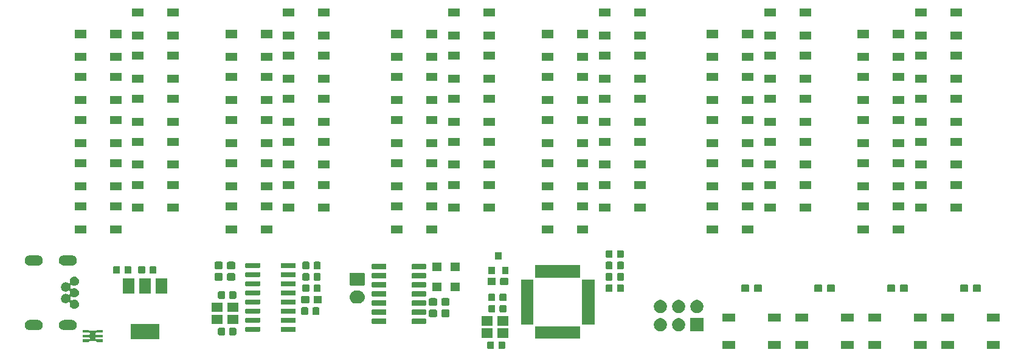
<source format=gbr>
G04 #@! TF.GenerationSoftware,KiCad,Pcbnew,(5.1.5)-3*
G04 #@! TF.CreationDate,2020-09-17T21:05:18+09:00*
G04 #@! TF.ProjectId,acrylic_nixie_clock,61637279-6c69-4635-9f6e-697869655f63,rev?*
G04 #@! TF.SameCoordinates,Original*
G04 #@! TF.FileFunction,Soldermask,Top*
G04 #@! TF.FilePolarity,Negative*
%FSLAX46Y46*%
G04 Gerber Fmt 4.6, Leading zero omitted, Abs format (unit mm)*
G04 Created by KiCad (PCBNEW (5.1.5)-3) date 2020-09-17 21:05:18*
%MOMM*%
%LPD*%
G04 APERTURE LIST*
%ADD10C,0.100000*%
G04 APERTURE END LIST*
D10*
G36*
X188518000Y-99288500D02*
G01*
X186716000Y-99288500D01*
X186716000Y-98186500D01*
X188518000Y-98186500D01*
X188518000Y-99288500D01*
G37*
G36*
X172058000Y-99288500D02*
G01*
X170256000Y-99288500D01*
X170256000Y-98186500D01*
X172058000Y-98186500D01*
X172058000Y-99288500D01*
G37*
G36*
X182218000Y-99288500D02*
G01*
X180416000Y-99288500D01*
X180416000Y-98186500D01*
X182218000Y-98186500D01*
X182218000Y-99288500D01*
G37*
G36*
X178358000Y-99288500D02*
G01*
X176556000Y-99288500D01*
X176556000Y-98186500D01*
X178358000Y-98186500D01*
X178358000Y-99288500D01*
G37*
G36*
X168198000Y-99288500D02*
G01*
X166396000Y-99288500D01*
X166396000Y-98186500D01*
X168198000Y-98186500D01*
X168198000Y-99288500D01*
G37*
G36*
X151738000Y-99288500D02*
G01*
X149936000Y-99288500D01*
X149936000Y-98186500D01*
X151738000Y-98186500D01*
X151738000Y-99288500D01*
G37*
G36*
X161898000Y-99288500D02*
G01*
X160096000Y-99288500D01*
X160096000Y-98186500D01*
X161898000Y-98186500D01*
X161898000Y-99288500D01*
G37*
G36*
X158038000Y-99288500D02*
G01*
X156236000Y-99288500D01*
X156236000Y-98186500D01*
X158038000Y-98186500D01*
X158038000Y-99288500D01*
G37*
G36*
X117982591Y-98220585D02*
G01*
X118016569Y-98230893D01*
X118047890Y-98247634D01*
X118075339Y-98270161D01*
X118097866Y-98297610D01*
X118114607Y-98328931D01*
X118124915Y-98362909D01*
X118129000Y-98404390D01*
X118129000Y-99080610D01*
X118124915Y-99122091D01*
X118114607Y-99156069D01*
X118097866Y-99187390D01*
X118075339Y-99214839D01*
X118047890Y-99237366D01*
X118016569Y-99254107D01*
X117982591Y-99264415D01*
X117941110Y-99268500D01*
X117339890Y-99268500D01*
X117298409Y-99264415D01*
X117264431Y-99254107D01*
X117233110Y-99237366D01*
X117205661Y-99214839D01*
X117183134Y-99187390D01*
X117166393Y-99156069D01*
X117156085Y-99122091D01*
X117152000Y-99080610D01*
X117152000Y-98404390D01*
X117156085Y-98362909D01*
X117166393Y-98328931D01*
X117183134Y-98297610D01*
X117205661Y-98270161D01*
X117233110Y-98247634D01*
X117264431Y-98230893D01*
X117298409Y-98220585D01*
X117339890Y-98216500D01*
X117941110Y-98216500D01*
X117982591Y-98220585D01*
G37*
G36*
X119557591Y-98220585D02*
G01*
X119591569Y-98230893D01*
X119622890Y-98247634D01*
X119650339Y-98270161D01*
X119672866Y-98297610D01*
X119689607Y-98328931D01*
X119699915Y-98362909D01*
X119704000Y-98404390D01*
X119704000Y-99080610D01*
X119699915Y-99122091D01*
X119689607Y-99156069D01*
X119672866Y-99187390D01*
X119650339Y-99214839D01*
X119622890Y-99237366D01*
X119591569Y-99254107D01*
X119557591Y-99264415D01*
X119516110Y-99268500D01*
X118914890Y-99268500D01*
X118873409Y-99264415D01*
X118839431Y-99254107D01*
X118808110Y-99237366D01*
X118780661Y-99214839D01*
X118758134Y-99187390D01*
X118741393Y-99156069D01*
X118731085Y-99122091D01*
X118727000Y-99080610D01*
X118727000Y-98404390D01*
X118731085Y-98362909D01*
X118741393Y-98328931D01*
X118758134Y-98297610D01*
X118780661Y-98270161D01*
X118808110Y-98247634D01*
X118839431Y-98230893D01*
X118873409Y-98220585D01*
X118914890Y-98216500D01*
X119516110Y-98216500D01*
X119557591Y-98220585D01*
G37*
G36*
X61658402Y-96645887D02*
G01*
X61665515Y-96669336D01*
X61677066Y-96690947D01*
X61692611Y-96709889D01*
X61711553Y-96725434D01*
X61733164Y-96736985D01*
X61756613Y-96744098D01*
X61780999Y-96746500D01*
X62679001Y-96746500D01*
X62703387Y-96744098D01*
X62726836Y-96736985D01*
X62748447Y-96725434D01*
X62767389Y-96709889D01*
X62782934Y-96690947D01*
X62794485Y-96669336D01*
X62801598Y-96645887D01*
X62802523Y-96636500D01*
X63646000Y-96636500D01*
X63646000Y-97008500D01*
X62730999Y-97008500D01*
X62706613Y-97010902D01*
X62683164Y-97018015D01*
X62661553Y-97029566D01*
X62642611Y-97045111D01*
X62627066Y-97064053D01*
X62615515Y-97085664D01*
X62608402Y-97109113D01*
X62606000Y-97133499D01*
X62606000Y-97161501D01*
X62608402Y-97185887D01*
X62615515Y-97209336D01*
X62627066Y-97230947D01*
X62642611Y-97249889D01*
X62661553Y-97265434D01*
X62683164Y-97276985D01*
X62706613Y-97284098D01*
X62730999Y-97286500D01*
X63646000Y-97286500D01*
X63646000Y-97658500D01*
X62730999Y-97658500D01*
X62706613Y-97660902D01*
X62683164Y-97668015D01*
X62661553Y-97679566D01*
X62642611Y-97695111D01*
X62627066Y-97714053D01*
X62615515Y-97735664D01*
X62608402Y-97759113D01*
X62606000Y-97783499D01*
X62606000Y-97811501D01*
X62608402Y-97835887D01*
X62615515Y-97859336D01*
X62627066Y-97880947D01*
X62642611Y-97899889D01*
X62661553Y-97915434D01*
X62683164Y-97926985D01*
X62706613Y-97934098D01*
X62730999Y-97936500D01*
X63646000Y-97936500D01*
X63646000Y-98308500D01*
X62802523Y-98308500D01*
X62801598Y-98299113D01*
X62794485Y-98275664D01*
X62782934Y-98254053D01*
X62767389Y-98235111D01*
X62748447Y-98219566D01*
X62726836Y-98208015D01*
X62703387Y-98200902D01*
X62679001Y-98198500D01*
X61780999Y-98198500D01*
X61756613Y-98200902D01*
X61733164Y-98208015D01*
X61711553Y-98219566D01*
X61692611Y-98235111D01*
X61677066Y-98254053D01*
X61665515Y-98275664D01*
X61658402Y-98299113D01*
X61657477Y-98308500D01*
X60814000Y-98308500D01*
X60814000Y-97936500D01*
X61729001Y-97936500D01*
X61753387Y-97934098D01*
X61776836Y-97926985D01*
X61798447Y-97915434D01*
X61817389Y-97899889D01*
X61832934Y-97880947D01*
X61844485Y-97859336D01*
X61851598Y-97835887D01*
X61854000Y-97811501D01*
X61854000Y-97783499D01*
X61851598Y-97759113D01*
X61844485Y-97735664D01*
X61832934Y-97714053D01*
X61817389Y-97695111D01*
X61798447Y-97679566D01*
X61776836Y-97668015D01*
X61753387Y-97660902D01*
X61729001Y-97658500D01*
X60814000Y-97658500D01*
X60814000Y-97286500D01*
X61729001Y-97286500D01*
X61753387Y-97284098D01*
X61776836Y-97276985D01*
X61798447Y-97265434D01*
X61817389Y-97249889D01*
X61832934Y-97230947D01*
X61844485Y-97209336D01*
X61851598Y-97185887D01*
X61854000Y-97161501D01*
X61854000Y-97133499D01*
X61851598Y-97109113D01*
X61844485Y-97085664D01*
X61832934Y-97064053D01*
X61817389Y-97045111D01*
X61798447Y-97029566D01*
X61776836Y-97018015D01*
X61753387Y-97010902D01*
X61729001Y-97008500D01*
X60814000Y-97008500D01*
X60814000Y-96636500D01*
X61657477Y-96636500D01*
X61658402Y-96645887D01*
G37*
G36*
X71483500Y-97863500D02*
G01*
X67581500Y-97863500D01*
X67581500Y-95761500D01*
X71483500Y-95761500D01*
X71483500Y-97863500D01*
G37*
G36*
X130126000Y-97811000D02*
G01*
X123874000Y-97811000D01*
X123874000Y-96109000D01*
X130126000Y-96109000D01*
X130126000Y-97811000D01*
G37*
G36*
X120109000Y-97703500D02*
G01*
X118607000Y-97703500D01*
X118607000Y-96401500D01*
X120109000Y-96401500D01*
X120109000Y-97703500D01*
G37*
G36*
X117909000Y-97703500D02*
G01*
X116407000Y-97703500D01*
X116407000Y-96401500D01*
X117909000Y-96401500D01*
X117909000Y-97703500D01*
G37*
G36*
X82092091Y-96315585D02*
G01*
X82126069Y-96325893D01*
X82157390Y-96342634D01*
X82184839Y-96365161D01*
X82207366Y-96392610D01*
X82224107Y-96423931D01*
X82234415Y-96457909D01*
X82238500Y-96499390D01*
X82238500Y-97175610D01*
X82234415Y-97217091D01*
X82224107Y-97251069D01*
X82207366Y-97282390D01*
X82184839Y-97309839D01*
X82157390Y-97332366D01*
X82126069Y-97349107D01*
X82092091Y-97359415D01*
X82050610Y-97363500D01*
X81449390Y-97363500D01*
X81407909Y-97359415D01*
X81373931Y-97349107D01*
X81342610Y-97332366D01*
X81315161Y-97309839D01*
X81292634Y-97282390D01*
X81275893Y-97251069D01*
X81265585Y-97217091D01*
X81261500Y-97175610D01*
X81261500Y-96499390D01*
X81265585Y-96457909D01*
X81275893Y-96423931D01*
X81292634Y-96392610D01*
X81315161Y-96365161D01*
X81342610Y-96342634D01*
X81373931Y-96325893D01*
X81407909Y-96315585D01*
X81449390Y-96311500D01*
X82050610Y-96311500D01*
X82092091Y-96315585D01*
G37*
G36*
X80517091Y-96315585D02*
G01*
X80551069Y-96325893D01*
X80582390Y-96342634D01*
X80609839Y-96365161D01*
X80632366Y-96392610D01*
X80649107Y-96423931D01*
X80659415Y-96457909D01*
X80663500Y-96499390D01*
X80663500Y-97175610D01*
X80659415Y-97217091D01*
X80649107Y-97251069D01*
X80632366Y-97282390D01*
X80609839Y-97309839D01*
X80582390Y-97332366D01*
X80551069Y-97349107D01*
X80517091Y-97359415D01*
X80475610Y-97363500D01*
X79874390Y-97363500D01*
X79832909Y-97359415D01*
X79798931Y-97349107D01*
X79767610Y-97332366D01*
X79740161Y-97309839D01*
X79717634Y-97282390D01*
X79700893Y-97251069D01*
X79690585Y-97217091D01*
X79686500Y-97175610D01*
X79686500Y-96499390D01*
X79690585Y-96457909D01*
X79700893Y-96423931D01*
X79717634Y-96392610D01*
X79740161Y-96365161D01*
X79767610Y-96342634D01*
X79798931Y-96325893D01*
X79832909Y-96315585D01*
X79874390Y-96311500D01*
X80475610Y-96311500D01*
X80517091Y-96315585D01*
G37*
G36*
X90404928Y-96171764D02*
G01*
X90426009Y-96178160D01*
X90445445Y-96188548D01*
X90462476Y-96202524D01*
X90476452Y-96219555D01*
X90486840Y-96238991D01*
X90493236Y-96260072D01*
X90496000Y-96288140D01*
X90496000Y-96751860D01*
X90493236Y-96779928D01*
X90486840Y-96801009D01*
X90476452Y-96820445D01*
X90462476Y-96837476D01*
X90445445Y-96851452D01*
X90426009Y-96861840D01*
X90404928Y-96868236D01*
X90376860Y-96871000D01*
X88563140Y-96871000D01*
X88535072Y-96868236D01*
X88513991Y-96861840D01*
X88494555Y-96851452D01*
X88477524Y-96837476D01*
X88463548Y-96820445D01*
X88453160Y-96801009D01*
X88446764Y-96779928D01*
X88444000Y-96751860D01*
X88444000Y-96288140D01*
X88446764Y-96260072D01*
X88453160Y-96238991D01*
X88463548Y-96219555D01*
X88477524Y-96202524D01*
X88494555Y-96188548D01*
X88513991Y-96178160D01*
X88535072Y-96171764D01*
X88563140Y-96169000D01*
X90376860Y-96169000D01*
X90404928Y-96171764D01*
G37*
G36*
X85454928Y-96171764D02*
G01*
X85476009Y-96178160D01*
X85495445Y-96188548D01*
X85512476Y-96202524D01*
X85526452Y-96219555D01*
X85536840Y-96238991D01*
X85543236Y-96260072D01*
X85546000Y-96288140D01*
X85546000Y-96751860D01*
X85543236Y-96779928D01*
X85536840Y-96801009D01*
X85526452Y-96820445D01*
X85512476Y-96837476D01*
X85495445Y-96851452D01*
X85476009Y-96861840D01*
X85454928Y-96868236D01*
X85426860Y-96871000D01*
X83613140Y-96871000D01*
X83585072Y-96868236D01*
X83563991Y-96861840D01*
X83544555Y-96851452D01*
X83527524Y-96837476D01*
X83513548Y-96820445D01*
X83503160Y-96801009D01*
X83496764Y-96779928D01*
X83494000Y-96751860D01*
X83494000Y-96288140D01*
X83496764Y-96260072D01*
X83503160Y-96238991D01*
X83513548Y-96219555D01*
X83527524Y-96202524D01*
X83544555Y-96188548D01*
X83563991Y-96178160D01*
X83585072Y-96171764D01*
X83613140Y-96169000D01*
X85426860Y-96169000D01*
X85454928Y-96171764D01*
G37*
G36*
X144094278Y-95005547D02*
G01*
X144260724Y-95074491D01*
X144410522Y-95174583D01*
X144537917Y-95301978D01*
X144638009Y-95451776D01*
X144706953Y-95618222D01*
X144742100Y-95794918D01*
X144742100Y-95975082D01*
X144706953Y-96151778D01*
X144638009Y-96318224D01*
X144537917Y-96468022D01*
X144410522Y-96595417D01*
X144260724Y-96695509D01*
X144094278Y-96764453D01*
X143917582Y-96799600D01*
X143737418Y-96799600D01*
X143560722Y-96764453D01*
X143394276Y-96695509D01*
X143244478Y-96595417D01*
X143117083Y-96468022D01*
X143016991Y-96318224D01*
X142948047Y-96151778D01*
X142912900Y-95975082D01*
X142912900Y-95794918D01*
X142948047Y-95618222D01*
X143016991Y-95451776D01*
X143117083Y-95301978D01*
X143244478Y-95174583D01*
X143394276Y-95074491D01*
X143560722Y-95005547D01*
X143737418Y-94970400D01*
X143917582Y-94970400D01*
X144094278Y-95005547D01*
G37*
G36*
X147282100Y-96799600D02*
G01*
X145452900Y-96799600D01*
X145452900Y-94970400D01*
X147282100Y-94970400D01*
X147282100Y-96799600D01*
G37*
G36*
X141554278Y-95005547D02*
G01*
X141720724Y-95074491D01*
X141870522Y-95174583D01*
X141997917Y-95301978D01*
X142098009Y-95451776D01*
X142166953Y-95618222D01*
X142202100Y-95794918D01*
X142202100Y-95975082D01*
X142166953Y-96151778D01*
X142098009Y-96318224D01*
X141997917Y-96468022D01*
X141870522Y-96595417D01*
X141720724Y-96695509D01*
X141554278Y-96764453D01*
X141377582Y-96799600D01*
X141197418Y-96799600D01*
X141020722Y-96764453D01*
X140854276Y-96695509D01*
X140704478Y-96595417D01*
X140577083Y-96468022D01*
X140476991Y-96318224D01*
X140408047Y-96151778D01*
X140372900Y-95975082D01*
X140372900Y-95794918D01*
X140408047Y-95618222D01*
X140476991Y-95451776D01*
X140577083Y-95301978D01*
X140704478Y-95174583D01*
X140854276Y-95074491D01*
X141020722Y-95005547D01*
X141197418Y-94970400D01*
X141377582Y-94970400D01*
X141554278Y-95005547D01*
G37*
G36*
X54727421Y-95236643D02*
G01*
X54859557Y-95276727D01*
X54859559Y-95276728D01*
X54981339Y-95341820D01*
X55088080Y-95429420D01*
X55175680Y-95536161D01*
X55240772Y-95657941D01*
X55240773Y-95657943D01*
X55280857Y-95790079D01*
X55294391Y-95927500D01*
X55280857Y-96064921D01*
X55243354Y-96188548D01*
X55240772Y-96197059D01*
X55175680Y-96318839D01*
X55088080Y-96425580D01*
X54981339Y-96513180D01*
X54901695Y-96555750D01*
X54859557Y-96578273D01*
X54727421Y-96618357D01*
X54624432Y-96628500D01*
X53455568Y-96628500D01*
X53352579Y-96618357D01*
X53220443Y-96578273D01*
X53178305Y-96555750D01*
X53098661Y-96513180D01*
X52991920Y-96425580D01*
X52904320Y-96318839D01*
X52839228Y-96197059D01*
X52836646Y-96188548D01*
X52799143Y-96064921D01*
X52785609Y-95927500D01*
X52799143Y-95790079D01*
X52839227Y-95657943D01*
X52839228Y-95657941D01*
X52904320Y-95536161D01*
X52991920Y-95429420D01*
X53098661Y-95341820D01*
X53220441Y-95276728D01*
X53220443Y-95276727D01*
X53352579Y-95236643D01*
X53455568Y-95226500D01*
X54624432Y-95226500D01*
X54727421Y-95236643D01*
G37*
G36*
X59477421Y-95236643D02*
G01*
X59609557Y-95276727D01*
X59609559Y-95276728D01*
X59731339Y-95341820D01*
X59838080Y-95429420D01*
X59925680Y-95536161D01*
X59990772Y-95657941D01*
X59990773Y-95657943D01*
X60030857Y-95790079D01*
X60044391Y-95927500D01*
X60030857Y-96064921D01*
X59993354Y-96188548D01*
X59990772Y-96197059D01*
X59925680Y-96318839D01*
X59838080Y-96425580D01*
X59731339Y-96513180D01*
X59651695Y-96555750D01*
X59609557Y-96578273D01*
X59477421Y-96618357D01*
X59374432Y-96628500D01*
X58205568Y-96628500D01*
X58102579Y-96618357D01*
X57970443Y-96578273D01*
X57928305Y-96555750D01*
X57848661Y-96513180D01*
X57741920Y-96425580D01*
X57654320Y-96318839D01*
X57589228Y-96197059D01*
X57586646Y-96188548D01*
X57549143Y-96064921D01*
X57535609Y-95927500D01*
X57549143Y-95790079D01*
X57589227Y-95657943D01*
X57589228Y-95657941D01*
X57654320Y-95536161D01*
X57741920Y-95429420D01*
X57848661Y-95341820D01*
X57970441Y-95276728D01*
X57970443Y-95276727D01*
X58102579Y-95236643D01*
X58205568Y-95226500D01*
X59374432Y-95226500D01*
X59477421Y-95236643D01*
G37*
G36*
X117909000Y-96003500D02*
G01*
X116407000Y-96003500D01*
X116407000Y-94701500D01*
X117909000Y-94701500D01*
X117909000Y-96003500D01*
G37*
G36*
X120109000Y-96003500D02*
G01*
X118607000Y-96003500D01*
X118607000Y-94701500D01*
X120109000Y-94701500D01*
X120109000Y-96003500D01*
G37*
G36*
X123601000Y-95836000D02*
G01*
X121899000Y-95836000D01*
X121899000Y-89584000D01*
X123601000Y-89584000D01*
X123601000Y-95836000D01*
G37*
G36*
X132101000Y-95836000D02*
G01*
X130399000Y-95836000D01*
X130399000Y-89584000D01*
X132101000Y-89584000D01*
X132101000Y-95836000D01*
G37*
G36*
X80296000Y-95798500D02*
G01*
X78794000Y-95798500D01*
X78794000Y-94496500D01*
X80296000Y-94496500D01*
X80296000Y-95798500D01*
G37*
G36*
X82496000Y-95798500D02*
G01*
X80994000Y-95798500D01*
X80994000Y-94496500D01*
X82496000Y-94496500D01*
X82496000Y-95798500D01*
G37*
G36*
X103041928Y-95059264D02*
G01*
X103063009Y-95065660D01*
X103082445Y-95076048D01*
X103099476Y-95090024D01*
X103113452Y-95107055D01*
X103123840Y-95126491D01*
X103130236Y-95147572D01*
X103133000Y-95175640D01*
X103133000Y-95639360D01*
X103130236Y-95667428D01*
X103123840Y-95688509D01*
X103113452Y-95707945D01*
X103099476Y-95724976D01*
X103082445Y-95738952D01*
X103063009Y-95749340D01*
X103041928Y-95755736D01*
X103013860Y-95758500D01*
X101200140Y-95758500D01*
X101172072Y-95755736D01*
X101150991Y-95749340D01*
X101131555Y-95738952D01*
X101114524Y-95724976D01*
X101100548Y-95707945D01*
X101090160Y-95688509D01*
X101083764Y-95667428D01*
X101081000Y-95639360D01*
X101081000Y-95175640D01*
X101083764Y-95147572D01*
X101090160Y-95126491D01*
X101100548Y-95107055D01*
X101114524Y-95090024D01*
X101131555Y-95076048D01*
X101150991Y-95065660D01*
X101172072Y-95059264D01*
X101200140Y-95056500D01*
X103013860Y-95056500D01*
X103041928Y-95059264D01*
G37*
G36*
X108591928Y-95059264D02*
G01*
X108613009Y-95065660D01*
X108632445Y-95076048D01*
X108649476Y-95090024D01*
X108663452Y-95107055D01*
X108673840Y-95126491D01*
X108680236Y-95147572D01*
X108683000Y-95175640D01*
X108683000Y-95639360D01*
X108680236Y-95667428D01*
X108673840Y-95688509D01*
X108663452Y-95707945D01*
X108649476Y-95724976D01*
X108632445Y-95738952D01*
X108613009Y-95749340D01*
X108591928Y-95755736D01*
X108563860Y-95758500D01*
X106750140Y-95758500D01*
X106722072Y-95755736D01*
X106700991Y-95749340D01*
X106681555Y-95738952D01*
X106664524Y-95724976D01*
X106650548Y-95707945D01*
X106640160Y-95688509D01*
X106633764Y-95667428D01*
X106631000Y-95639360D01*
X106631000Y-95175640D01*
X106633764Y-95147572D01*
X106640160Y-95126491D01*
X106650548Y-95107055D01*
X106664524Y-95090024D01*
X106681555Y-95076048D01*
X106700991Y-95065660D01*
X106722072Y-95059264D01*
X106750140Y-95056500D01*
X108563860Y-95056500D01*
X108591928Y-95059264D01*
G37*
G36*
X85454928Y-94901764D02*
G01*
X85476009Y-94908160D01*
X85495445Y-94918548D01*
X85512476Y-94932524D01*
X85526452Y-94949555D01*
X85536840Y-94968991D01*
X85543236Y-94990072D01*
X85546000Y-95018140D01*
X85546000Y-95481860D01*
X85543236Y-95509928D01*
X85536840Y-95531009D01*
X85526452Y-95550445D01*
X85512476Y-95567476D01*
X85495445Y-95581452D01*
X85476009Y-95591840D01*
X85454928Y-95598236D01*
X85426860Y-95601000D01*
X83613140Y-95601000D01*
X83585072Y-95598236D01*
X83563991Y-95591840D01*
X83544555Y-95581452D01*
X83527524Y-95567476D01*
X83513548Y-95550445D01*
X83503160Y-95531009D01*
X83496764Y-95509928D01*
X83494000Y-95481860D01*
X83494000Y-95018140D01*
X83496764Y-94990072D01*
X83503160Y-94968991D01*
X83513548Y-94949555D01*
X83527524Y-94932524D01*
X83544555Y-94918548D01*
X83563991Y-94908160D01*
X83585072Y-94901764D01*
X83613140Y-94899000D01*
X85426860Y-94899000D01*
X85454928Y-94901764D01*
G37*
G36*
X90404928Y-94901764D02*
G01*
X90426009Y-94908160D01*
X90445445Y-94918548D01*
X90462476Y-94932524D01*
X90476452Y-94949555D01*
X90486840Y-94968991D01*
X90493236Y-94990072D01*
X90496000Y-95018140D01*
X90496000Y-95481860D01*
X90493236Y-95509928D01*
X90486840Y-95531009D01*
X90476452Y-95550445D01*
X90462476Y-95567476D01*
X90445445Y-95581452D01*
X90426009Y-95591840D01*
X90404928Y-95598236D01*
X90376860Y-95601000D01*
X88563140Y-95601000D01*
X88535072Y-95598236D01*
X88513991Y-95591840D01*
X88494555Y-95581452D01*
X88477524Y-95567476D01*
X88463548Y-95550445D01*
X88453160Y-95531009D01*
X88446764Y-95509928D01*
X88444000Y-95481860D01*
X88444000Y-95018140D01*
X88446764Y-94990072D01*
X88453160Y-94968991D01*
X88463548Y-94949555D01*
X88477524Y-94932524D01*
X88494555Y-94918548D01*
X88513991Y-94908160D01*
X88535072Y-94901764D01*
X88563140Y-94899000D01*
X90376860Y-94899000D01*
X90404928Y-94901764D01*
G37*
G36*
X188518000Y-95488500D02*
G01*
X186716000Y-95488500D01*
X186716000Y-94386500D01*
X188518000Y-94386500D01*
X188518000Y-95488500D01*
G37*
G36*
X172058000Y-95488500D02*
G01*
X170256000Y-95488500D01*
X170256000Y-94386500D01*
X172058000Y-94386500D01*
X172058000Y-95488500D01*
G37*
G36*
X161898000Y-95488500D02*
G01*
X160096000Y-95488500D01*
X160096000Y-94386500D01*
X161898000Y-94386500D01*
X161898000Y-95488500D01*
G37*
G36*
X168198000Y-95488500D02*
G01*
X166396000Y-95488500D01*
X166396000Y-94386500D01*
X168198000Y-94386500D01*
X168198000Y-95488500D01*
G37*
G36*
X158038000Y-95488500D02*
G01*
X156236000Y-95488500D01*
X156236000Y-94386500D01*
X158038000Y-94386500D01*
X158038000Y-95488500D01*
G37*
G36*
X151738000Y-95488500D02*
G01*
X149936000Y-95488500D01*
X149936000Y-94386500D01*
X151738000Y-94386500D01*
X151738000Y-95488500D01*
G37*
G36*
X182218000Y-95488500D02*
G01*
X180416000Y-95488500D01*
X180416000Y-94386500D01*
X182218000Y-94386500D01*
X182218000Y-95488500D01*
G37*
G36*
X178358000Y-95488500D02*
G01*
X176556000Y-95488500D01*
X176556000Y-94386500D01*
X178358000Y-94386500D01*
X178358000Y-95488500D01*
G37*
G36*
X110029499Y-93775945D02*
G01*
X110066995Y-93787320D01*
X110101554Y-93805792D01*
X110131847Y-93830653D01*
X110156708Y-93860946D01*
X110175180Y-93895505D01*
X110186555Y-93933001D01*
X110191000Y-93978138D01*
X110191000Y-94616862D01*
X110186555Y-94661999D01*
X110175180Y-94699495D01*
X110156708Y-94734054D01*
X110131847Y-94764347D01*
X110101554Y-94789208D01*
X110066995Y-94807680D01*
X110029499Y-94819055D01*
X109984362Y-94823500D01*
X109245638Y-94823500D01*
X109200501Y-94819055D01*
X109163005Y-94807680D01*
X109128446Y-94789208D01*
X109098153Y-94764347D01*
X109073292Y-94734054D01*
X109054820Y-94699495D01*
X109043445Y-94661999D01*
X109039000Y-94616862D01*
X109039000Y-93978138D01*
X109043445Y-93933001D01*
X109054820Y-93895505D01*
X109073292Y-93860946D01*
X109098153Y-93830653D01*
X109128446Y-93805792D01*
X109163005Y-93787320D01*
X109200501Y-93775945D01*
X109245638Y-93771500D01*
X109984362Y-93771500D01*
X110029499Y-93775945D01*
G37*
G36*
X111779499Y-93775945D02*
G01*
X111816995Y-93787320D01*
X111851554Y-93805792D01*
X111881847Y-93830653D01*
X111906708Y-93860946D01*
X111925180Y-93895505D01*
X111936555Y-93933001D01*
X111941000Y-93978138D01*
X111941000Y-94616862D01*
X111936555Y-94661999D01*
X111925180Y-94699495D01*
X111906708Y-94734054D01*
X111881847Y-94764347D01*
X111851554Y-94789208D01*
X111816995Y-94807680D01*
X111779499Y-94819055D01*
X111734362Y-94823500D01*
X110995638Y-94823500D01*
X110950501Y-94819055D01*
X110913005Y-94807680D01*
X110878446Y-94789208D01*
X110848153Y-94764347D01*
X110823292Y-94734054D01*
X110804820Y-94699495D01*
X110793445Y-94661999D01*
X110789000Y-94616862D01*
X110789000Y-93978138D01*
X110793445Y-93933001D01*
X110804820Y-93895505D01*
X110823292Y-93860946D01*
X110848153Y-93830653D01*
X110878446Y-93805792D01*
X110913005Y-93787320D01*
X110950501Y-93775945D01*
X110995638Y-93771500D01*
X111734362Y-93771500D01*
X111779499Y-93775945D01*
G37*
G36*
X93674591Y-93458085D02*
G01*
X93708569Y-93468393D01*
X93739890Y-93485134D01*
X93767339Y-93507661D01*
X93789866Y-93535110D01*
X93806607Y-93566431D01*
X93816915Y-93600409D01*
X93821000Y-93641890D01*
X93821000Y-94318110D01*
X93816915Y-94359591D01*
X93806607Y-94393569D01*
X93789866Y-94424890D01*
X93767339Y-94452339D01*
X93739890Y-94474866D01*
X93708569Y-94491607D01*
X93674591Y-94501915D01*
X93633110Y-94506000D01*
X93031890Y-94506000D01*
X92990409Y-94501915D01*
X92956431Y-94491607D01*
X92925110Y-94474866D01*
X92897661Y-94452339D01*
X92875134Y-94424890D01*
X92858393Y-94393569D01*
X92848085Y-94359591D01*
X92844000Y-94318110D01*
X92844000Y-93641890D01*
X92848085Y-93600409D01*
X92858393Y-93566431D01*
X92875134Y-93535110D01*
X92897661Y-93507661D01*
X92925110Y-93485134D01*
X92956431Y-93468393D01*
X92990409Y-93458085D01*
X93031890Y-93454000D01*
X93633110Y-93454000D01*
X93674591Y-93458085D01*
G37*
G36*
X92099591Y-93458085D02*
G01*
X92133569Y-93468393D01*
X92164890Y-93485134D01*
X92192339Y-93507661D01*
X92214866Y-93535110D01*
X92231607Y-93566431D01*
X92241915Y-93600409D01*
X92246000Y-93641890D01*
X92246000Y-94318110D01*
X92241915Y-94359591D01*
X92231607Y-94393569D01*
X92214866Y-94424890D01*
X92192339Y-94452339D01*
X92164890Y-94474866D01*
X92133569Y-94491607D01*
X92099591Y-94501915D01*
X92058110Y-94506000D01*
X91456890Y-94506000D01*
X91415409Y-94501915D01*
X91381431Y-94491607D01*
X91350110Y-94474866D01*
X91322661Y-94452339D01*
X91300134Y-94424890D01*
X91283393Y-94393569D01*
X91273085Y-94359591D01*
X91269000Y-94318110D01*
X91269000Y-93641890D01*
X91273085Y-93600409D01*
X91283393Y-93566431D01*
X91300134Y-93535110D01*
X91322661Y-93507661D01*
X91350110Y-93485134D01*
X91381431Y-93468393D01*
X91415409Y-93458085D01*
X91456890Y-93454000D01*
X92058110Y-93454000D01*
X92099591Y-93458085D01*
G37*
G36*
X108591928Y-93789264D02*
G01*
X108613009Y-93795660D01*
X108632445Y-93806048D01*
X108649476Y-93820024D01*
X108663452Y-93837055D01*
X108673840Y-93856491D01*
X108680236Y-93877572D01*
X108683000Y-93905640D01*
X108683000Y-94369360D01*
X108680236Y-94397428D01*
X108673840Y-94418509D01*
X108663452Y-94437945D01*
X108649476Y-94454976D01*
X108632445Y-94468952D01*
X108613009Y-94479340D01*
X108591928Y-94485736D01*
X108563860Y-94488500D01*
X106750140Y-94488500D01*
X106722072Y-94485736D01*
X106700991Y-94479340D01*
X106681555Y-94468952D01*
X106664524Y-94454976D01*
X106650548Y-94437945D01*
X106640160Y-94418509D01*
X106633764Y-94397428D01*
X106631000Y-94369360D01*
X106631000Y-93905640D01*
X106633764Y-93877572D01*
X106640160Y-93856491D01*
X106650548Y-93837055D01*
X106664524Y-93820024D01*
X106681555Y-93806048D01*
X106700991Y-93795660D01*
X106722072Y-93789264D01*
X106750140Y-93786500D01*
X108563860Y-93786500D01*
X108591928Y-93789264D01*
G37*
G36*
X103041928Y-93789264D02*
G01*
X103063009Y-93795660D01*
X103082445Y-93806048D01*
X103099476Y-93820024D01*
X103113452Y-93837055D01*
X103123840Y-93856491D01*
X103130236Y-93877572D01*
X103133000Y-93905640D01*
X103133000Y-94369360D01*
X103130236Y-94397428D01*
X103123840Y-94418509D01*
X103113452Y-94437945D01*
X103099476Y-94454976D01*
X103082445Y-94468952D01*
X103063009Y-94479340D01*
X103041928Y-94485736D01*
X103013860Y-94488500D01*
X101200140Y-94488500D01*
X101172072Y-94485736D01*
X101150991Y-94479340D01*
X101131555Y-94468952D01*
X101114524Y-94454976D01*
X101100548Y-94437945D01*
X101090160Y-94418509D01*
X101083764Y-94397428D01*
X101081000Y-94369360D01*
X101081000Y-93905640D01*
X101083764Y-93877572D01*
X101090160Y-93856491D01*
X101100548Y-93837055D01*
X101114524Y-93820024D01*
X101131555Y-93806048D01*
X101150991Y-93795660D01*
X101172072Y-93789264D01*
X101200140Y-93786500D01*
X103013860Y-93786500D01*
X103041928Y-93789264D01*
G37*
G36*
X85454928Y-93631764D02*
G01*
X85476009Y-93638160D01*
X85495445Y-93648548D01*
X85512476Y-93662524D01*
X85526452Y-93679555D01*
X85536840Y-93698991D01*
X85543236Y-93720072D01*
X85546000Y-93748140D01*
X85546000Y-94211860D01*
X85543236Y-94239928D01*
X85536840Y-94261009D01*
X85526452Y-94280445D01*
X85512476Y-94297476D01*
X85495445Y-94311452D01*
X85476009Y-94321840D01*
X85454928Y-94328236D01*
X85426860Y-94331000D01*
X83613140Y-94331000D01*
X83585072Y-94328236D01*
X83563991Y-94321840D01*
X83544555Y-94311452D01*
X83527524Y-94297476D01*
X83513548Y-94280445D01*
X83503160Y-94261009D01*
X83496764Y-94239928D01*
X83494000Y-94211860D01*
X83494000Y-93748140D01*
X83496764Y-93720072D01*
X83503160Y-93698991D01*
X83513548Y-93679555D01*
X83527524Y-93662524D01*
X83544555Y-93648548D01*
X83563991Y-93638160D01*
X83585072Y-93631764D01*
X83613140Y-93629000D01*
X85426860Y-93629000D01*
X85454928Y-93631764D01*
G37*
G36*
X90404928Y-93631764D02*
G01*
X90426009Y-93638160D01*
X90445445Y-93648548D01*
X90462476Y-93662524D01*
X90476452Y-93679555D01*
X90486840Y-93698991D01*
X90493236Y-93720072D01*
X90496000Y-93748140D01*
X90496000Y-94211860D01*
X90493236Y-94239928D01*
X90486840Y-94261009D01*
X90476452Y-94280445D01*
X90462476Y-94297476D01*
X90445445Y-94311452D01*
X90426009Y-94321840D01*
X90404928Y-94328236D01*
X90376860Y-94331000D01*
X88563140Y-94331000D01*
X88535072Y-94328236D01*
X88513991Y-94321840D01*
X88494555Y-94311452D01*
X88477524Y-94297476D01*
X88463548Y-94280445D01*
X88453160Y-94261009D01*
X88446764Y-94239928D01*
X88444000Y-94211860D01*
X88444000Y-93748140D01*
X88446764Y-93720072D01*
X88453160Y-93698991D01*
X88463548Y-93679555D01*
X88477524Y-93662524D01*
X88494555Y-93648548D01*
X88513991Y-93638160D01*
X88535072Y-93631764D01*
X88563140Y-93629000D01*
X90376860Y-93629000D01*
X90404928Y-93631764D01*
G37*
G36*
X144094278Y-92465547D02*
G01*
X144260724Y-92534491D01*
X144410522Y-92634583D01*
X144537917Y-92761978D01*
X144638009Y-92911776D01*
X144706953Y-93078222D01*
X144742100Y-93254918D01*
X144742100Y-93435082D01*
X144706953Y-93611778D01*
X144638009Y-93778224D01*
X144537917Y-93928022D01*
X144410522Y-94055417D01*
X144260724Y-94155509D01*
X144094278Y-94224453D01*
X143917582Y-94259600D01*
X143737418Y-94259600D01*
X143560722Y-94224453D01*
X143394276Y-94155509D01*
X143244478Y-94055417D01*
X143117083Y-93928022D01*
X143016991Y-93778224D01*
X142948047Y-93611778D01*
X142912900Y-93435082D01*
X142912900Y-93254918D01*
X142948047Y-93078222D01*
X143016991Y-92911776D01*
X143117083Y-92761978D01*
X143244478Y-92634583D01*
X143394276Y-92534491D01*
X143560722Y-92465547D01*
X143737418Y-92430400D01*
X143917582Y-92430400D01*
X144094278Y-92465547D01*
G37*
G36*
X146634278Y-92465547D02*
G01*
X146800724Y-92534491D01*
X146950522Y-92634583D01*
X147077917Y-92761978D01*
X147178009Y-92911776D01*
X147246953Y-93078222D01*
X147282100Y-93254918D01*
X147282100Y-93435082D01*
X147246953Y-93611778D01*
X147178009Y-93778224D01*
X147077917Y-93928022D01*
X146950522Y-94055417D01*
X146800724Y-94155509D01*
X146634278Y-94224453D01*
X146457582Y-94259600D01*
X146277418Y-94259600D01*
X146100722Y-94224453D01*
X145934276Y-94155509D01*
X145784478Y-94055417D01*
X145657083Y-93928022D01*
X145556991Y-93778224D01*
X145488047Y-93611778D01*
X145452900Y-93435082D01*
X145452900Y-93254918D01*
X145488047Y-93078222D01*
X145556991Y-92911776D01*
X145657083Y-92761978D01*
X145784478Y-92634583D01*
X145934276Y-92534491D01*
X146100722Y-92465547D01*
X146277418Y-92430400D01*
X146457582Y-92430400D01*
X146634278Y-92465547D01*
G37*
G36*
X141554278Y-92465547D02*
G01*
X141720724Y-92534491D01*
X141870522Y-92634583D01*
X141997917Y-92761978D01*
X142098009Y-92911776D01*
X142166953Y-93078222D01*
X142202100Y-93254918D01*
X142202100Y-93435082D01*
X142166953Y-93611778D01*
X142098009Y-93778224D01*
X141997917Y-93928022D01*
X141870522Y-94055417D01*
X141720724Y-94155509D01*
X141554278Y-94224453D01*
X141377582Y-94259600D01*
X141197418Y-94259600D01*
X141020722Y-94224453D01*
X140854276Y-94155509D01*
X140704478Y-94055417D01*
X140577083Y-93928022D01*
X140476991Y-93778224D01*
X140408047Y-93611778D01*
X140372900Y-93435082D01*
X140372900Y-93254918D01*
X140408047Y-93078222D01*
X140476991Y-92911776D01*
X140577083Y-92761978D01*
X140704478Y-92634583D01*
X140854276Y-92534491D01*
X141020722Y-92465547D01*
X141197418Y-92430400D01*
X141377582Y-92430400D01*
X141554278Y-92465547D01*
G37*
G36*
X119721591Y-93140585D02*
G01*
X119755569Y-93150893D01*
X119786890Y-93167634D01*
X119814339Y-93190161D01*
X119836866Y-93217610D01*
X119853607Y-93248931D01*
X119863915Y-93282909D01*
X119868000Y-93324390D01*
X119868000Y-94000610D01*
X119863915Y-94042091D01*
X119853607Y-94076069D01*
X119836866Y-94107390D01*
X119814339Y-94134839D01*
X119786890Y-94157366D01*
X119755569Y-94174107D01*
X119721591Y-94184415D01*
X119680110Y-94188500D01*
X119078890Y-94188500D01*
X119037409Y-94184415D01*
X119003431Y-94174107D01*
X118972110Y-94157366D01*
X118944661Y-94134839D01*
X118922134Y-94107390D01*
X118905393Y-94076069D01*
X118895085Y-94042091D01*
X118891000Y-94000610D01*
X118891000Y-93324390D01*
X118895085Y-93282909D01*
X118905393Y-93248931D01*
X118922134Y-93217610D01*
X118944661Y-93190161D01*
X118972110Y-93167634D01*
X119003431Y-93150893D01*
X119037409Y-93140585D01*
X119078890Y-93136500D01*
X119680110Y-93136500D01*
X119721591Y-93140585D01*
G37*
G36*
X118146591Y-93140585D02*
G01*
X118180569Y-93150893D01*
X118211890Y-93167634D01*
X118239339Y-93190161D01*
X118261866Y-93217610D01*
X118278607Y-93248931D01*
X118288915Y-93282909D01*
X118293000Y-93324390D01*
X118293000Y-94000610D01*
X118288915Y-94042091D01*
X118278607Y-94076069D01*
X118261866Y-94107390D01*
X118239339Y-94134839D01*
X118211890Y-94157366D01*
X118180569Y-94174107D01*
X118146591Y-94184415D01*
X118105110Y-94188500D01*
X117503890Y-94188500D01*
X117462409Y-94184415D01*
X117428431Y-94174107D01*
X117397110Y-94157366D01*
X117369661Y-94134839D01*
X117347134Y-94107390D01*
X117330393Y-94076069D01*
X117320085Y-94042091D01*
X117316000Y-94000610D01*
X117316000Y-93324390D01*
X117320085Y-93282909D01*
X117330393Y-93248931D01*
X117347134Y-93217610D01*
X117369661Y-93190161D01*
X117397110Y-93167634D01*
X117428431Y-93150893D01*
X117462409Y-93140585D01*
X117503890Y-93136500D01*
X118105110Y-93136500D01*
X118146591Y-93140585D01*
G37*
G36*
X82496000Y-94098500D02*
G01*
X80994000Y-94098500D01*
X80994000Y-92796500D01*
X82496000Y-92796500D01*
X82496000Y-94098500D01*
G37*
G36*
X80296000Y-94098500D02*
G01*
X78794000Y-94098500D01*
X78794000Y-92796500D01*
X80296000Y-92796500D01*
X80296000Y-94098500D01*
G37*
G36*
X59879890Y-89201517D02*
G01*
X59977238Y-89241840D01*
X59998364Y-89250591D01*
X60104988Y-89321835D01*
X60195665Y-89412512D01*
X60253622Y-89499250D01*
X60266910Y-89519138D01*
X60315983Y-89637610D01*
X60341000Y-89763381D01*
X60341000Y-89891619D01*
X60315983Y-90017390D01*
X60283571Y-90095640D01*
X60266909Y-90135864D01*
X60195665Y-90242488D01*
X60104988Y-90333165D01*
X59998364Y-90404409D01*
X59998363Y-90404410D01*
X59998362Y-90404410D01*
X59879890Y-90453483D01*
X59754119Y-90478500D01*
X59625881Y-90478500D01*
X59500110Y-90453483D01*
X59381637Y-90404410D01*
X59318563Y-90362265D01*
X59296952Y-90350714D01*
X59273503Y-90343601D01*
X59249117Y-90341199D01*
X59224731Y-90343601D01*
X59201282Y-90350714D01*
X59179671Y-90362265D01*
X59160729Y-90377811D01*
X59145184Y-90396752D01*
X59133633Y-90418363D01*
X59126520Y-90441812D01*
X59124118Y-90466198D01*
X59126520Y-90490584D01*
X59141000Y-90563381D01*
X59141000Y-90691619D01*
X59126520Y-90764416D01*
X59124118Y-90788802D01*
X59126520Y-90813188D01*
X59133633Y-90836637D01*
X59145184Y-90858248D01*
X59160730Y-90877190D01*
X59179672Y-90892735D01*
X59201282Y-90904286D01*
X59224731Y-90911399D01*
X59249117Y-90913801D01*
X59273503Y-90911399D01*
X59296952Y-90904286D01*
X59318563Y-90892735D01*
X59381637Y-90850590D01*
X59500110Y-90801517D01*
X59625881Y-90776500D01*
X59754119Y-90776500D01*
X59879890Y-90801517D01*
X59964677Y-90836637D01*
X59998364Y-90850591D01*
X60104988Y-90921835D01*
X60195665Y-91012512D01*
X60248620Y-91091764D01*
X60266910Y-91119138D01*
X60315983Y-91237610D01*
X60341000Y-91363381D01*
X60341000Y-91491619D01*
X60315983Y-91617390D01*
X60276379Y-91713003D01*
X60266909Y-91735864D01*
X60195665Y-91842488D01*
X60104988Y-91933165D01*
X59998364Y-92004409D01*
X59998363Y-92004410D01*
X59998362Y-92004410D01*
X59879890Y-92053483D01*
X59754119Y-92078500D01*
X59625881Y-92078500D01*
X59500110Y-92053483D01*
X59381637Y-92004410D01*
X59318563Y-91962265D01*
X59296952Y-91950714D01*
X59273503Y-91943601D01*
X59249117Y-91941199D01*
X59224731Y-91943601D01*
X59201282Y-91950714D01*
X59179671Y-91962265D01*
X59160729Y-91977811D01*
X59145184Y-91996752D01*
X59133633Y-92018363D01*
X59126520Y-92041812D01*
X59124118Y-92066198D01*
X59126520Y-92090584D01*
X59141000Y-92163381D01*
X59141000Y-92291619D01*
X59126520Y-92364416D01*
X59124118Y-92388802D01*
X59126520Y-92413188D01*
X59133633Y-92436637D01*
X59145184Y-92458248D01*
X59160730Y-92477190D01*
X59179672Y-92492735D01*
X59201282Y-92504286D01*
X59224731Y-92511399D01*
X59249117Y-92513801D01*
X59273503Y-92511399D01*
X59296952Y-92504286D01*
X59318563Y-92492735D01*
X59381637Y-92450590D01*
X59500110Y-92401517D01*
X59625881Y-92376500D01*
X59754119Y-92376500D01*
X59879890Y-92401517D01*
X59997469Y-92450220D01*
X59998364Y-92450591D01*
X60104988Y-92521835D01*
X60195665Y-92612512D01*
X60262049Y-92711862D01*
X60266910Y-92719138D01*
X60315983Y-92837610D01*
X60341000Y-92963381D01*
X60341000Y-93091619D01*
X60331260Y-93140585D01*
X60315983Y-93217390D01*
X60266909Y-93335864D01*
X60195665Y-93442488D01*
X60104988Y-93533165D01*
X59998364Y-93604409D01*
X59998363Y-93604410D01*
X59998362Y-93604410D01*
X59879890Y-93653483D01*
X59754119Y-93678500D01*
X59625881Y-93678500D01*
X59500110Y-93653483D01*
X59381638Y-93604410D01*
X59381637Y-93604410D01*
X59381636Y-93604409D01*
X59275012Y-93533165D01*
X59184335Y-93442488D01*
X59113091Y-93335864D01*
X59064017Y-93217390D01*
X59048740Y-93140585D01*
X59039000Y-93091619D01*
X59039000Y-92963381D01*
X59053480Y-92890584D01*
X59055882Y-92866198D01*
X59053480Y-92841812D01*
X59046367Y-92818363D01*
X59034816Y-92796752D01*
X59019270Y-92777810D01*
X59000328Y-92762265D01*
X58978718Y-92750714D01*
X58955269Y-92743601D01*
X58930883Y-92741199D01*
X58906497Y-92743601D01*
X58883048Y-92750714D01*
X58861437Y-92762265D01*
X58798363Y-92804410D01*
X58679890Y-92853483D01*
X58554119Y-92878500D01*
X58425881Y-92878500D01*
X58300110Y-92853483D01*
X58181638Y-92804410D01*
X58181637Y-92804410D01*
X58181636Y-92804409D01*
X58075012Y-92733165D01*
X57984335Y-92642488D01*
X57913091Y-92535864D01*
X57910604Y-92529859D01*
X57864017Y-92417390D01*
X57839000Y-92291619D01*
X57839000Y-92163381D01*
X57864017Y-92037610D01*
X57913090Y-91919138D01*
X57913234Y-91918923D01*
X57984335Y-91812512D01*
X58075012Y-91721835D01*
X58181636Y-91650591D01*
X58215324Y-91636637D01*
X58300110Y-91601517D01*
X58425881Y-91576500D01*
X58554119Y-91576500D01*
X58679890Y-91601517D01*
X58798363Y-91650590D01*
X58861437Y-91692735D01*
X58883048Y-91704286D01*
X58906497Y-91711399D01*
X58930883Y-91713801D01*
X58955269Y-91711399D01*
X58978718Y-91704286D01*
X59000329Y-91692735D01*
X59019271Y-91677189D01*
X59034816Y-91658248D01*
X59046367Y-91636637D01*
X59053480Y-91613188D01*
X59055882Y-91588802D01*
X59053480Y-91564416D01*
X59039000Y-91491619D01*
X59039000Y-91363381D01*
X59053480Y-91290584D01*
X59055882Y-91266198D01*
X59053480Y-91241812D01*
X59046367Y-91218363D01*
X59034816Y-91196752D01*
X59019270Y-91177810D01*
X59000328Y-91162265D01*
X58978718Y-91150714D01*
X58955269Y-91143601D01*
X58930883Y-91141199D01*
X58906497Y-91143601D01*
X58883048Y-91150714D01*
X58861437Y-91162265D01*
X58798363Y-91204410D01*
X58679890Y-91253483D01*
X58554119Y-91278500D01*
X58425881Y-91278500D01*
X58300110Y-91253483D01*
X58181638Y-91204410D01*
X58181637Y-91204410D01*
X58181636Y-91204409D01*
X58075012Y-91133165D01*
X57984335Y-91042488D01*
X57913091Y-90935864D01*
X57864017Y-90817390D01*
X57839000Y-90691618D01*
X57839000Y-90563382D01*
X57846983Y-90523250D01*
X57864017Y-90437610D01*
X57913090Y-90319138D01*
X57927487Y-90297592D01*
X57984335Y-90212512D01*
X58075012Y-90121835D01*
X58181636Y-90050591D01*
X58215324Y-90036637D01*
X58300110Y-90001517D01*
X58425881Y-89976500D01*
X58554119Y-89976500D01*
X58679890Y-90001517D01*
X58798363Y-90050590D01*
X58861437Y-90092735D01*
X58883048Y-90104286D01*
X58906497Y-90111399D01*
X58930883Y-90113801D01*
X58955269Y-90111399D01*
X58978718Y-90104286D01*
X59000329Y-90092735D01*
X59019271Y-90077189D01*
X59034816Y-90058248D01*
X59046367Y-90036637D01*
X59053480Y-90013188D01*
X59055882Y-89988802D01*
X59053480Y-89964416D01*
X59039000Y-89891619D01*
X59039000Y-89763381D01*
X59064017Y-89637610D01*
X59113090Y-89519138D01*
X59126379Y-89499250D01*
X59184335Y-89412512D01*
X59275012Y-89321835D01*
X59381636Y-89250591D01*
X59402763Y-89241840D01*
X59500110Y-89201517D01*
X59625881Y-89176500D01*
X59754119Y-89176500D01*
X59879890Y-89201517D01*
G37*
G36*
X111779499Y-92188445D02*
G01*
X111816995Y-92199820D01*
X111851554Y-92218292D01*
X111881847Y-92243153D01*
X111906708Y-92273446D01*
X111925180Y-92308005D01*
X111936555Y-92345501D01*
X111941000Y-92390638D01*
X111941000Y-93029362D01*
X111936555Y-93074499D01*
X111925180Y-93111995D01*
X111906708Y-93146554D01*
X111881847Y-93176847D01*
X111851554Y-93201708D01*
X111816995Y-93220180D01*
X111779499Y-93231555D01*
X111734362Y-93236000D01*
X110995638Y-93236000D01*
X110950501Y-93231555D01*
X110913005Y-93220180D01*
X110878446Y-93201708D01*
X110848153Y-93176847D01*
X110823292Y-93146554D01*
X110804820Y-93111995D01*
X110793445Y-93074499D01*
X110789000Y-93029362D01*
X110789000Y-92390638D01*
X110793445Y-92345501D01*
X110804820Y-92308005D01*
X110823292Y-92273446D01*
X110848153Y-92243153D01*
X110878446Y-92218292D01*
X110913005Y-92199820D01*
X110950501Y-92188445D01*
X110995638Y-92184000D01*
X111734362Y-92184000D01*
X111779499Y-92188445D01*
G37*
G36*
X110029499Y-92188445D02*
G01*
X110066995Y-92199820D01*
X110101554Y-92218292D01*
X110131847Y-92243153D01*
X110156708Y-92273446D01*
X110175180Y-92308005D01*
X110186555Y-92345501D01*
X110191000Y-92390638D01*
X110191000Y-93029362D01*
X110186555Y-93074499D01*
X110175180Y-93111995D01*
X110156708Y-93146554D01*
X110131847Y-93176847D01*
X110101554Y-93201708D01*
X110066995Y-93220180D01*
X110029499Y-93231555D01*
X109984362Y-93236000D01*
X109245638Y-93236000D01*
X109200501Y-93231555D01*
X109163005Y-93220180D01*
X109128446Y-93201708D01*
X109098153Y-93176847D01*
X109073292Y-93146554D01*
X109054820Y-93111995D01*
X109043445Y-93074499D01*
X109039000Y-93029362D01*
X109039000Y-92390638D01*
X109043445Y-92345501D01*
X109054820Y-92308005D01*
X109073292Y-92273446D01*
X109098153Y-92243153D01*
X109128446Y-92218292D01*
X109163005Y-92199820D01*
X109200501Y-92188445D01*
X109245638Y-92184000D01*
X109984362Y-92184000D01*
X110029499Y-92188445D01*
G37*
G36*
X108591928Y-92519264D02*
G01*
X108613009Y-92525660D01*
X108632445Y-92536048D01*
X108649476Y-92550024D01*
X108663452Y-92567055D01*
X108673840Y-92586491D01*
X108680236Y-92607572D01*
X108683000Y-92635640D01*
X108683000Y-93099360D01*
X108680236Y-93127428D01*
X108673840Y-93148509D01*
X108663452Y-93167945D01*
X108649476Y-93184976D01*
X108632445Y-93198952D01*
X108613009Y-93209340D01*
X108591928Y-93215736D01*
X108563860Y-93218500D01*
X106750140Y-93218500D01*
X106722072Y-93215736D01*
X106700991Y-93209340D01*
X106681555Y-93198952D01*
X106664524Y-93184976D01*
X106650548Y-93167945D01*
X106640160Y-93148509D01*
X106633764Y-93127428D01*
X106631000Y-93099360D01*
X106631000Y-92635640D01*
X106633764Y-92607572D01*
X106640160Y-92586491D01*
X106650548Y-92567055D01*
X106664524Y-92550024D01*
X106681555Y-92536048D01*
X106700991Y-92525660D01*
X106722072Y-92519264D01*
X106750140Y-92516500D01*
X108563860Y-92516500D01*
X108591928Y-92519264D01*
G37*
G36*
X103041928Y-92519264D02*
G01*
X103063009Y-92525660D01*
X103082445Y-92536048D01*
X103099476Y-92550024D01*
X103113452Y-92567055D01*
X103123840Y-92586491D01*
X103130236Y-92607572D01*
X103133000Y-92635640D01*
X103133000Y-93099360D01*
X103130236Y-93127428D01*
X103123840Y-93148509D01*
X103113452Y-93167945D01*
X103099476Y-93184976D01*
X103082445Y-93198952D01*
X103063009Y-93209340D01*
X103041928Y-93215736D01*
X103013860Y-93218500D01*
X101200140Y-93218500D01*
X101172072Y-93215736D01*
X101150991Y-93209340D01*
X101131555Y-93198952D01*
X101114524Y-93184976D01*
X101100548Y-93167945D01*
X101090160Y-93148509D01*
X101083764Y-93127428D01*
X101081000Y-93099360D01*
X101081000Y-92635640D01*
X101083764Y-92607572D01*
X101090160Y-92586491D01*
X101100548Y-92567055D01*
X101114524Y-92550024D01*
X101131555Y-92536048D01*
X101150991Y-92525660D01*
X101172072Y-92519264D01*
X101200140Y-92516500D01*
X103013860Y-92516500D01*
X103041928Y-92519264D01*
G37*
G36*
X90404928Y-92361764D02*
G01*
X90426009Y-92368160D01*
X90445445Y-92378548D01*
X90462476Y-92392524D01*
X90476452Y-92409555D01*
X90486840Y-92428991D01*
X90493236Y-92450072D01*
X90496000Y-92478140D01*
X90496000Y-92941860D01*
X90493236Y-92969928D01*
X90486840Y-92991009D01*
X90476452Y-93010445D01*
X90462476Y-93027476D01*
X90445445Y-93041452D01*
X90426009Y-93051840D01*
X90404928Y-93058236D01*
X90376860Y-93061000D01*
X88563140Y-93061000D01*
X88535072Y-93058236D01*
X88513991Y-93051840D01*
X88494555Y-93041452D01*
X88477524Y-93027476D01*
X88463548Y-93010445D01*
X88453160Y-92991009D01*
X88446764Y-92969928D01*
X88444000Y-92941860D01*
X88444000Y-92478140D01*
X88446764Y-92450072D01*
X88453160Y-92428991D01*
X88463548Y-92409555D01*
X88477524Y-92392524D01*
X88494555Y-92378548D01*
X88513991Y-92368160D01*
X88535072Y-92361764D01*
X88563140Y-92359000D01*
X90376860Y-92359000D01*
X90404928Y-92361764D01*
G37*
G36*
X85454928Y-92361764D02*
G01*
X85476009Y-92368160D01*
X85495445Y-92378548D01*
X85512476Y-92392524D01*
X85526452Y-92409555D01*
X85536840Y-92428991D01*
X85543236Y-92450072D01*
X85546000Y-92478140D01*
X85546000Y-92941860D01*
X85543236Y-92969928D01*
X85536840Y-92991009D01*
X85526452Y-93010445D01*
X85512476Y-93027476D01*
X85495445Y-93041452D01*
X85476009Y-93051840D01*
X85454928Y-93058236D01*
X85426860Y-93061000D01*
X83613140Y-93061000D01*
X83585072Y-93058236D01*
X83563991Y-93051840D01*
X83544555Y-93041452D01*
X83527524Y-93027476D01*
X83513548Y-93010445D01*
X83503160Y-92991009D01*
X83496764Y-92969928D01*
X83494000Y-92941860D01*
X83494000Y-92478140D01*
X83496764Y-92450072D01*
X83503160Y-92428991D01*
X83513548Y-92409555D01*
X83527524Y-92392524D01*
X83544555Y-92378548D01*
X83563991Y-92368160D01*
X83585072Y-92361764D01*
X83613140Y-92359000D01*
X85426860Y-92359000D01*
X85454928Y-92361764D01*
G37*
G36*
X99310660Y-91139555D02*
G01*
X99386627Y-91147037D01*
X99556466Y-91198557D01*
X99556468Y-91198558D01*
X99593906Y-91218569D01*
X99712991Y-91282222D01*
X99730642Y-91296708D01*
X99850186Y-91394814D01*
X99916607Y-91475750D01*
X99962778Y-91532009D01*
X99962779Y-91532011D01*
X100037531Y-91671860D01*
X100046443Y-91688534D01*
X100097963Y-91858373D01*
X100115359Y-92035000D01*
X100097963Y-92211627D01*
X100046443Y-92381466D01*
X99962778Y-92537991D01*
X99944850Y-92559836D01*
X99850186Y-92675186D01*
X99751534Y-92756146D01*
X99712991Y-92787778D01*
X99556466Y-92871443D01*
X99386627Y-92922963D01*
X99320443Y-92929481D01*
X99254260Y-92936000D01*
X98865740Y-92936000D01*
X98799557Y-92929481D01*
X98733373Y-92922963D01*
X98563534Y-92871443D01*
X98407009Y-92787778D01*
X98368466Y-92756146D01*
X98269814Y-92675186D01*
X98175150Y-92559836D01*
X98157222Y-92537991D01*
X98073557Y-92381466D01*
X98022037Y-92211627D01*
X98004641Y-92035000D01*
X98022037Y-91858373D01*
X98073557Y-91688534D01*
X98082470Y-91671860D01*
X98157221Y-91532011D01*
X98157222Y-91532009D01*
X98203393Y-91475750D01*
X98269814Y-91394814D01*
X98389358Y-91296708D01*
X98407009Y-91282222D01*
X98526094Y-91218569D01*
X98563532Y-91198558D01*
X98563534Y-91198557D01*
X98733373Y-91147037D01*
X98809340Y-91139555D01*
X98865740Y-91134000D01*
X99254260Y-91134000D01*
X99310660Y-91139555D01*
G37*
G36*
X92249499Y-91870945D02*
G01*
X92286995Y-91882320D01*
X92321554Y-91900792D01*
X92351847Y-91925653D01*
X92376708Y-91955946D01*
X92395180Y-91990505D01*
X92406555Y-92028001D01*
X92411000Y-92073138D01*
X92411000Y-92711862D01*
X92406555Y-92756999D01*
X92395180Y-92794495D01*
X92376708Y-92829054D01*
X92351847Y-92859347D01*
X92321554Y-92884208D01*
X92286995Y-92902680D01*
X92249499Y-92914055D01*
X92204362Y-92918500D01*
X91465638Y-92918500D01*
X91420501Y-92914055D01*
X91383005Y-92902680D01*
X91348446Y-92884208D01*
X91318153Y-92859347D01*
X91293292Y-92829054D01*
X91274820Y-92794495D01*
X91263445Y-92756999D01*
X91259000Y-92711862D01*
X91259000Y-92073138D01*
X91263445Y-92028001D01*
X91274820Y-91990505D01*
X91293292Y-91955946D01*
X91318153Y-91925653D01*
X91348446Y-91900792D01*
X91383005Y-91882320D01*
X91420501Y-91870945D01*
X91465638Y-91866500D01*
X92204362Y-91866500D01*
X92249499Y-91870945D01*
G37*
G36*
X93999499Y-91870945D02*
G01*
X94036995Y-91882320D01*
X94071554Y-91900792D01*
X94101847Y-91925653D01*
X94126708Y-91955946D01*
X94145180Y-91990505D01*
X94156555Y-92028001D01*
X94161000Y-92073138D01*
X94161000Y-92711862D01*
X94156555Y-92756999D01*
X94145180Y-92794495D01*
X94126708Y-92829054D01*
X94101847Y-92859347D01*
X94071554Y-92884208D01*
X94036995Y-92902680D01*
X93999499Y-92914055D01*
X93954362Y-92918500D01*
X93215638Y-92918500D01*
X93170501Y-92914055D01*
X93133005Y-92902680D01*
X93098446Y-92884208D01*
X93068153Y-92859347D01*
X93043292Y-92829054D01*
X93024820Y-92794495D01*
X93013445Y-92756999D01*
X93009000Y-92711862D01*
X93009000Y-92073138D01*
X93013445Y-92028001D01*
X93024820Y-91990505D01*
X93043292Y-91955946D01*
X93068153Y-91925653D01*
X93098446Y-91900792D01*
X93133005Y-91882320D01*
X93170501Y-91870945D01*
X93215638Y-91866500D01*
X93954362Y-91866500D01*
X93999499Y-91870945D01*
G37*
G36*
X118146591Y-91553085D02*
G01*
X118180569Y-91563393D01*
X118211890Y-91580134D01*
X118239339Y-91602661D01*
X118261866Y-91630110D01*
X118278607Y-91661431D01*
X118288915Y-91695409D01*
X118293000Y-91736890D01*
X118293000Y-92413110D01*
X118288915Y-92454591D01*
X118278607Y-92488569D01*
X118261866Y-92519890D01*
X118239339Y-92547339D01*
X118211890Y-92569866D01*
X118180569Y-92586607D01*
X118146591Y-92596915D01*
X118105110Y-92601000D01*
X117503890Y-92601000D01*
X117462409Y-92596915D01*
X117428431Y-92586607D01*
X117397110Y-92569866D01*
X117369661Y-92547339D01*
X117347134Y-92519890D01*
X117330393Y-92488569D01*
X117320085Y-92454591D01*
X117316000Y-92413110D01*
X117316000Y-91736890D01*
X117320085Y-91695409D01*
X117330393Y-91661431D01*
X117347134Y-91630110D01*
X117369661Y-91602661D01*
X117397110Y-91580134D01*
X117428431Y-91563393D01*
X117462409Y-91553085D01*
X117503890Y-91549000D01*
X118105110Y-91549000D01*
X118146591Y-91553085D01*
G37*
G36*
X119721591Y-91553085D02*
G01*
X119755569Y-91563393D01*
X119786890Y-91580134D01*
X119814339Y-91602661D01*
X119836866Y-91630110D01*
X119853607Y-91661431D01*
X119863915Y-91695409D01*
X119868000Y-91736890D01*
X119868000Y-92413110D01*
X119863915Y-92454591D01*
X119853607Y-92488569D01*
X119836866Y-92519890D01*
X119814339Y-92547339D01*
X119786890Y-92569866D01*
X119755569Y-92586607D01*
X119721591Y-92596915D01*
X119680110Y-92601000D01*
X119078890Y-92601000D01*
X119037409Y-92596915D01*
X119003431Y-92586607D01*
X118972110Y-92569866D01*
X118944661Y-92547339D01*
X118922134Y-92519890D01*
X118905393Y-92488569D01*
X118895085Y-92454591D01*
X118891000Y-92413110D01*
X118891000Y-91736890D01*
X118895085Y-91695409D01*
X118905393Y-91661431D01*
X118922134Y-91630110D01*
X118944661Y-91602661D01*
X118972110Y-91580134D01*
X119003431Y-91563393D01*
X119037409Y-91553085D01*
X119078890Y-91549000D01*
X119680110Y-91549000D01*
X119721591Y-91553085D01*
G37*
G36*
X80517091Y-91235585D02*
G01*
X80551069Y-91245893D01*
X80582390Y-91262634D01*
X80609839Y-91285161D01*
X80632366Y-91312610D01*
X80649107Y-91343931D01*
X80659415Y-91377909D01*
X80663500Y-91419390D01*
X80663500Y-92095610D01*
X80659415Y-92137091D01*
X80649107Y-92171069D01*
X80632366Y-92202390D01*
X80609839Y-92229839D01*
X80582390Y-92252366D01*
X80551069Y-92269107D01*
X80517091Y-92279415D01*
X80475610Y-92283500D01*
X79874390Y-92283500D01*
X79832909Y-92279415D01*
X79798931Y-92269107D01*
X79767610Y-92252366D01*
X79740161Y-92229839D01*
X79717634Y-92202390D01*
X79700893Y-92171069D01*
X79690585Y-92137091D01*
X79686500Y-92095610D01*
X79686500Y-91419390D01*
X79690585Y-91377909D01*
X79700893Y-91343931D01*
X79717634Y-91312610D01*
X79740161Y-91285161D01*
X79767610Y-91262634D01*
X79798931Y-91245893D01*
X79832909Y-91235585D01*
X79874390Y-91231500D01*
X80475610Y-91231500D01*
X80517091Y-91235585D01*
G37*
G36*
X82092091Y-91235585D02*
G01*
X82126069Y-91245893D01*
X82157390Y-91262634D01*
X82184839Y-91285161D01*
X82207366Y-91312610D01*
X82224107Y-91343931D01*
X82234415Y-91377909D01*
X82238500Y-91419390D01*
X82238500Y-92095610D01*
X82234415Y-92137091D01*
X82224107Y-92171069D01*
X82207366Y-92202390D01*
X82184839Y-92229839D01*
X82157390Y-92252366D01*
X82126069Y-92269107D01*
X82092091Y-92279415D01*
X82050610Y-92283500D01*
X81449390Y-92283500D01*
X81407909Y-92279415D01*
X81373931Y-92269107D01*
X81342610Y-92252366D01*
X81315161Y-92229839D01*
X81292634Y-92202390D01*
X81275893Y-92171069D01*
X81265585Y-92137091D01*
X81261500Y-92095610D01*
X81261500Y-91419390D01*
X81265585Y-91377909D01*
X81275893Y-91343931D01*
X81292634Y-91312610D01*
X81315161Y-91285161D01*
X81342610Y-91262634D01*
X81373931Y-91245893D01*
X81407909Y-91235585D01*
X81449390Y-91231500D01*
X82050610Y-91231500D01*
X82092091Y-91235585D01*
G37*
G36*
X108591928Y-91249264D02*
G01*
X108613009Y-91255660D01*
X108632445Y-91266048D01*
X108649476Y-91280024D01*
X108663452Y-91297055D01*
X108673840Y-91316491D01*
X108680236Y-91337572D01*
X108683000Y-91365640D01*
X108683000Y-91829360D01*
X108680236Y-91857428D01*
X108673840Y-91878509D01*
X108663452Y-91897945D01*
X108649476Y-91914976D01*
X108632445Y-91928952D01*
X108613009Y-91939340D01*
X108591928Y-91945736D01*
X108563860Y-91948500D01*
X106750140Y-91948500D01*
X106722072Y-91945736D01*
X106700991Y-91939340D01*
X106681555Y-91928952D01*
X106664524Y-91914976D01*
X106650548Y-91897945D01*
X106640160Y-91878509D01*
X106633764Y-91857428D01*
X106631000Y-91829360D01*
X106631000Y-91365640D01*
X106633764Y-91337572D01*
X106640160Y-91316491D01*
X106650548Y-91297055D01*
X106664524Y-91280024D01*
X106681555Y-91266048D01*
X106700991Y-91255660D01*
X106722072Y-91249264D01*
X106750140Y-91246500D01*
X108563860Y-91246500D01*
X108591928Y-91249264D01*
G37*
G36*
X103041928Y-91249264D02*
G01*
X103063009Y-91255660D01*
X103082445Y-91266048D01*
X103099476Y-91280024D01*
X103113452Y-91297055D01*
X103123840Y-91316491D01*
X103130236Y-91337572D01*
X103133000Y-91365640D01*
X103133000Y-91829360D01*
X103130236Y-91857428D01*
X103123840Y-91878509D01*
X103113452Y-91897945D01*
X103099476Y-91914976D01*
X103082445Y-91928952D01*
X103063009Y-91939340D01*
X103041928Y-91945736D01*
X103013860Y-91948500D01*
X101200140Y-91948500D01*
X101172072Y-91945736D01*
X101150991Y-91939340D01*
X101131555Y-91928952D01*
X101114524Y-91914976D01*
X101100548Y-91897945D01*
X101090160Y-91878509D01*
X101083764Y-91857428D01*
X101081000Y-91829360D01*
X101081000Y-91365640D01*
X101083764Y-91337572D01*
X101090160Y-91316491D01*
X101100548Y-91297055D01*
X101114524Y-91280024D01*
X101131555Y-91266048D01*
X101150991Y-91255660D01*
X101172072Y-91249264D01*
X101200140Y-91246500D01*
X103013860Y-91246500D01*
X103041928Y-91249264D01*
G37*
G36*
X85454928Y-91091764D02*
G01*
X85476009Y-91098160D01*
X85495445Y-91108548D01*
X85512476Y-91122524D01*
X85526452Y-91139555D01*
X85536840Y-91158991D01*
X85543236Y-91180072D01*
X85546000Y-91208140D01*
X85546000Y-91671860D01*
X85543236Y-91699928D01*
X85536840Y-91721009D01*
X85526452Y-91740445D01*
X85512476Y-91757476D01*
X85495445Y-91771452D01*
X85476009Y-91781840D01*
X85454928Y-91788236D01*
X85426860Y-91791000D01*
X83613140Y-91791000D01*
X83585072Y-91788236D01*
X83563991Y-91781840D01*
X83544555Y-91771452D01*
X83527524Y-91757476D01*
X83513548Y-91740445D01*
X83503160Y-91721009D01*
X83496764Y-91699928D01*
X83494000Y-91671860D01*
X83494000Y-91208140D01*
X83496764Y-91180072D01*
X83503160Y-91158991D01*
X83513548Y-91139555D01*
X83527524Y-91122524D01*
X83544555Y-91108548D01*
X83563991Y-91098160D01*
X83585072Y-91091764D01*
X83613140Y-91089000D01*
X85426860Y-91089000D01*
X85454928Y-91091764D01*
G37*
G36*
X90404928Y-91091764D02*
G01*
X90426009Y-91098160D01*
X90445445Y-91108548D01*
X90462476Y-91122524D01*
X90476452Y-91139555D01*
X90486840Y-91158991D01*
X90493236Y-91180072D01*
X90496000Y-91208140D01*
X90496000Y-91671860D01*
X90493236Y-91699928D01*
X90486840Y-91721009D01*
X90476452Y-91740445D01*
X90462476Y-91757476D01*
X90445445Y-91771452D01*
X90426009Y-91781840D01*
X90404928Y-91788236D01*
X90376860Y-91791000D01*
X88563140Y-91791000D01*
X88535072Y-91788236D01*
X88513991Y-91781840D01*
X88494555Y-91771452D01*
X88477524Y-91757476D01*
X88463548Y-91740445D01*
X88453160Y-91721009D01*
X88446764Y-91699928D01*
X88444000Y-91671860D01*
X88444000Y-91208140D01*
X88446764Y-91180072D01*
X88453160Y-91158991D01*
X88463548Y-91139555D01*
X88477524Y-91122524D01*
X88494555Y-91108548D01*
X88513991Y-91098160D01*
X88535072Y-91091764D01*
X88563140Y-91089000D01*
X90376860Y-91089000D01*
X90404928Y-91091764D01*
G37*
G36*
X72633500Y-91563500D02*
G01*
X71031500Y-91563500D01*
X71031500Y-89461500D01*
X72633500Y-89461500D01*
X72633500Y-91563500D01*
G37*
G36*
X70333500Y-91563500D02*
G01*
X68731500Y-91563500D01*
X68731500Y-89461500D01*
X70333500Y-89461500D01*
X70333500Y-91563500D01*
G37*
G36*
X68033500Y-91563500D02*
G01*
X66431500Y-91563500D01*
X66431500Y-89461500D01*
X68033500Y-89461500D01*
X68033500Y-91563500D01*
G37*
G36*
X92264591Y-90283085D02*
G01*
X92298569Y-90293393D01*
X92329890Y-90310134D01*
X92357339Y-90332661D01*
X92379866Y-90360110D01*
X92396607Y-90391431D01*
X92406915Y-90425409D01*
X92411000Y-90466890D01*
X92411000Y-91143110D01*
X92406915Y-91184591D01*
X92396607Y-91218569D01*
X92379866Y-91249890D01*
X92357339Y-91277339D01*
X92329890Y-91299866D01*
X92298569Y-91316607D01*
X92264591Y-91326915D01*
X92223110Y-91331000D01*
X91621890Y-91331000D01*
X91580409Y-91326915D01*
X91546431Y-91316607D01*
X91515110Y-91299866D01*
X91487661Y-91277339D01*
X91465134Y-91249890D01*
X91448393Y-91218569D01*
X91438085Y-91184591D01*
X91434000Y-91143110D01*
X91434000Y-90466890D01*
X91438085Y-90425409D01*
X91448393Y-90391431D01*
X91465134Y-90360110D01*
X91487661Y-90332661D01*
X91515110Y-90310134D01*
X91546431Y-90293393D01*
X91580409Y-90283085D01*
X91621890Y-90279000D01*
X92223110Y-90279000D01*
X92264591Y-90283085D01*
G37*
G36*
X184006999Y-90283445D02*
G01*
X184044495Y-90294820D01*
X184079054Y-90313292D01*
X184109347Y-90338153D01*
X184134208Y-90368446D01*
X184152680Y-90403005D01*
X184164055Y-90440501D01*
X184168500Y-90485638D01*
X184168500Y-91124362D01*
X184164055Y-91169499D01*
X184152680Y-91206995D01*
X184134208Y-91241554D01*
X184109347Y-91271847D01*
X184079054Y-91296708D01*
X184044495Y-91315180D01*
X184006999Y-91326555D01*
X183961862Y-91331000D01*
X183223138Y-91331000D01*
X183178001Y-91326555D01*
X183140505Y-91315180D01*
X183105946Y-91296708D01*
X183075653Y-91271847D01*
X183050792Y-91241554D01*
X183032320Y-91206995D01*
X183020945Y-91169499D01*
X183016500Y-91124362D01*
X183016500Y-90485638D01*
X183020945Y-90440501D01*
X183032320Y-90403005D01*
X183050792Y-90368446D01*
X183075653Y-90338153D01*
X183105946Y-90313292D01*
X183140505Y-90294820D01*
X183178001Y-90283445D01*
X183223138Y-90279000D01*
X183961862Y-90279000D01*
X184006999Y-90283445D01*
G37*
G36*
X173846999Y-90283445D02*
G01*
X173884495Y-90294820D01*
X173919054Y-90313292D01*
X173949347Y-90338153D01*
X173974208Y-90368446D01*
X173992680Y-90403005D01*
X174004055Y-90440501D01*
X174008500Y-90485638D01*
X174008500Y-91124362D01*
X174004055Y-91169499D01*
X173992680Y-91206995D01*
X173974208Y-91241554D01*
X173949347Y-91271847D01*
X173919054Y-91296708D01*
X173884495Y-91315180D01*
X173846999Y-91326555D01*
X173801862Y-91331000D01*
X173063138Y-91331000D01*
X173018001Y-91326555D01*
X172980505Y-91315180D01*
X172945946Y-91296708D01*
X172915653Y-91271847D01*
X172890792Y-91241554D01*
X172872320Y-91206995D01*
X172860945Y-91169499D01*
X172856500Y-91124362D01*
X172856500Y-90485638D01*
X172860945Y-90440501D01*
X172872320Y-90403005D01*
X172890792Y-90368446D01*
X172915653Y-90338153D01*
X172945946Y-90313292D01*
X172980505Y-90294820D01*
X173018001Y-90283445D01*
X173063138Y-90279000D01*
X173801862Y-90279000D01*
X173846999Y-90283445D01*
G37*
G36*
X93839591Y-90283085D02*
G01*
X93873569Y-90293393D01*
X93904890Y-90310134D01*
X93932339Y-90332661D01*
X93954866Y-90360110D01*
X93971607Y-90391431D01*
X93981915Y-90425409D01*
X93986000Y-90466890D01*
X93986000Y-91143110D01*
X93981915Y-91184591D01*
X93971607Y-91218569D01*
X93954866Y-91249890D01*
X93932339Y-91277339D01*
X93904890Y-91299866D01*
X93873569Y-91316607D01*
X93839591Y-91326915D01*
X93798110Y-91331000D01*
X93196890Y-91331000D01*
X93155409Y-91326915D01*
X93121431Y-91316607D01*
X93090110Y-91299866D01*
X93062661Y-91277339D01*
X93040134Y-91249890D01*
X93023393Y-91218569D01*
X93013085Y-91184591D01*
X93009000Y-91143110D01*
X93009000Y-90466890D01*
X93013085Y-90425409D01*
X93023393Y-90391431D01*
X93040134Y-90360110D01*
X93062661Y-90332661D01*
X93090110Y-90310134D01*
X93121431Y-90293393D01*
X93155409Y-90283085D01*
X93196890Y-90279000D01*
X93798110Y-90279000D01*
X93839591Y-90283085D01*
G37*
G36*
X185756999Y-90283445D02*
G01*
X185794495Y-90294820D01*
X185829054Y-90313292D01*
X185859347Y-90338153D01*
X185884208Y-90368446D01*
X185902680Y-90403005D01*
X185914055Y-90440501D01*
X185918500Y-90485638D01*
X185918500Y-91124362D01*
X185914055Y-91169499D01*
X185902680Y-91206995D01*
X185884208Y-91241554D01*
X185859347Y-91271847D01*
X185829054Y-91296708D01*
X185794495Y-91315180D01*
X185756999Y-91326555D01*
X185711862Y-91331000D01*
X184973138Y-91331000D01*
X184928001Y-91326555D01*
X184890505Y-91315180D01*
X184855946Y-91296708D01*
X184825653Y-91271847D01*
X184800792Y-91241554D01*
X184782320Y-91206995D01*
X184770945Y-91169499D01*
X184766500Y-91124362D01*
X184766500Y-90485638D01*
X184770945Y-90440501D01*
X184782320Y-90403005D01*
X184800792Y-90368446D01*
X184825653Y-90338153D01*
X184855946Y-90313292D01*
X184890505Y-90294820D01*
X184928001Y-90283445D01*
X184973138Y-90279000D01*
X185711862Y-90279000D01*
X185756999Y-90283445D01*
G37*
G36*
X136067091Y-90283085D02*
G01*
X136101069Y-90293393D01*
X136132390Y-90310134D01*
X136159839Y-90332661D01*
X136182366Y-90360110D01*
X136199107Y-90391431D01*
X136209415Y-90425409D01*
X136213500Y-90466890D01*
X136213500Y-91143110D01*
X136209415Y-91184591D01*
X136199107Y-91218569D01*
X136182366Y-91249890D01*
X136159839Y-91277339D01*
X136132390Y-91299866D01*
X136101069Y-91316607D01*
X136067091Y-91326915D01*
X136025610Y-91331000D01*
X135424390Y-91331000D01*
X135382909Y-91326915D01*
X135348931Y-91316607D01*
X135317610Y-91299866D01*
X135290161Y-91277339D01*
X135267634Y-91249890D01*
X135250893Y-91218569D01*
X135240585Y-91184591D01*
X135236500Y-91143110D01*
X135236500Y-90466890D01*
X135240585Y-90425409D01*
X135250893Y-90391431D01*
X135267634Y-90360110D01*
X135290161Y-90332661D01*
X135317610Y-90310134D01*
X135348931Y-90293393D01*
X135382909Y-90283085D01*
X135424390Y-90279000D01*
X136025610Y-90279000D01*
X136067091Y-90283085D01*
G37*
G36*
X175596999Y-90283445D02*
G01*
X175634495Y-90294820D01*
X175669054Y-90313292D01*
X175699347Y-90338153D01*
X175724208Y-90368446D01*
X175742680Y-90403005D01*
X175754055Y-90440501D01*
X175758500Y-90485638D01*
X175758500Y-91124362D01*
X175754055Y-91169499D01*
X175742680Y-91206995D01*
X175724208Y-91241554D01*
X175699347Y-91271847D01*
X175669054Y-91296708D01*
X175634495Y-91315180D01*
X175596999Y-91326555D01*
X175551862Y-91331000D01*
X174813138Y-91331000D01*
X174768001Y-91326555D01*
X174730505Y-91315180D01*
X174695946Y-91296708D01*
X174665653Y-91271847D01*
X174640792Y-91241554D01*
X174622320Y-91206995D01*
X174610945Y-91169499D01*
X174606500Y-91124362D01*
X174606500Y-90485638D01*
X174610945Y-90440501D01*
X174622320Y-90403005D01*
X174640792Y-90368446D01*
X174665653Y-90338153D01*
X174695946Y-90313292D01*
X174730505Y-90294820D01*
X174768001Y-90283445D01*
X174813138Y-90279000D01*
X175551862Y-90279000D01*
X175596999Y-90283445D01*
G37*
G36*
X134492091Y-90283085D02*
G01*
X134526069Y-90293393D01*
X134557390Y-90310134D01*
X134584839Y-90332661D01*
X134607366Y-90360110D01*
X134624107Y-90391431D01*
X134634415Y-90425409D01*
X134638500Y-90466890D01*
X134638500Y-91143110D01*
X134634415Y-91184591D01*
X134624107Y-91218569D01*
X134607366Y-91249890D01*
X134584839Y-91277339D01*
X134557390Y-91299866D01*
X134526069Y-91316607D01*
X134492091Y-91326915D01*
X134450610Y-91331000D01*
X133849390Y-91331000D01*
X133807909Y-91326915D01*
X133773931Y-91316607D01*
X133742610Y-91299866D01*
X133715161Y-91277339D01*
X133692634Y-91249890D01*
X133675893Y-91218569D01*
X133665585Y-91184591D01*
X133661500Y-91143110D01*
X133661500Y-90466890D01*
X133665585Y-90425409D01*
X133675893Y-90391431D01*
X133692634Y-90360110D01*
X133715161Y-90332661D01*
X133742610Y-90310134D01*
X133773931Y-90293393D01*
X133807909Y-90283085D01*
X133849390Y-90279000D01*
X134450610Y-90279000D01*
X134492091Y-90283085D01*
G37*
G36*
X165436999Y-90283445D02*
G01*
X165474495Y-90294820D01*
X165509054Y-90313292D01*
X165539347Y-90338153D01*
X165564208Y-90368446D01*
X165582680Y-90403005D01*
X165594055Y-90440501D01*
X165598500Y-90485638D01*
X165598500Y-91124362D01*
X165594055Y-91169499D01*
X165582680Y-91206995D01*
X165564208Y-91241554D01*
X165539347Y-91271847D01*
X165509054Y-91296708D01*
X165474495Y-91315180D01*
X165436999Y-91326555D01*
X165391862Y-91331000D01*
X164653138Y-91331000D01*
X164608001Y-91326555D01*
X164570505Y-91315180D01*
X164535946Y-91296708D01*
X164505653Y-91271847D01*
X164480792Y-91241554D01*
X164462320Y-91206995D01*
X164450945Y-91169499D01*
X164446500Y-91124362D01*
X164446500Y-90485638D01*
X164450945Y-90440501D01*
X164462320Y-90403005D01*
X164480792Y-90368446D01*
X164505653Y-90338153D01*
X164535946Y-90313292D01*
X164570505Y-90294820D01*
X164608001Y-90283445D01*
X164653138Y-90279000D01*
X165391862Y-90279000D01*
X165436999Y-90283445D01*
G37*
G36*
X155276999Y-90283445D02*
G01*
X155314495Y-90294820D01*
X155349054Y-90313292D01*
X155379347Y-90338153D01*
X155404208Y-90368446D01*
X155422680Y-90403005D01*
X155434055Y-90440501D01*
X155438500Y-90485638D01*
X155438500Y-91124362D01*
X155434055Y-91169499D01*
X155422680Y-91206995D01*
X155404208Y-91241554D01*
X155379347Y-91271847D01*
X155349054Y-91296708D01*
X155314495Y-91315180D01*
X155276999Y-91326555D01*
X155231862Y-91331000D01*
X154493138Y-91331000D01*
X154448001Y-91326555D01*
X154410505Y-91315180D01*
X154375946Y-91296708D01*
X154345653Y-91271847D01*
X154320792Y-91241554D01*
X154302320Y-91206995D01*
X154290945Y-91169499D01*
X154286500Y-91124362D01*
X154286500Y-90485638D01*
X154290945Y-90440501D01*
X154302320Y-90403005D01*
X154320792Y-90368446D01*
X154345653Y-90338153D01*
X154375946Y-90313292D01*
X154410505Y-90294820D01*
X154448001Y-90283445D01*
X154493138Y-90279000D01*
X155231862Y-90279000D01*
X155276999Y-90283445D01*
G37*
G36*
X163686999Y-90283445D02*
G01*
X163724495Y-90294820D01*
X163759054Y-90313292D01*
X163789347Y-90338153D01*
X163814208Y-90368446D01*
X163832680Y-90403005D01*
X163844055Y-90440501D01*
X163848500Y-90485638D01*
X163848500Y-91124362D01*
X163844055Y-91169499D01*
X163832680Y-91206995D01*
X163814208Y-91241554D01*
X163789347Y-91271847D01*
X163759054Y-91296708D01*
X163724495Y-91315180D01*
X163686999Y-91326555D01*
X163641862Y-91331000D01*
X162903138Y-91331000D01*
X162858001Y-91326555D01*
X162820505Y-91315180D01*
X162785946Y-91296708D01*
X162755653Y-91271847D01*
X162730792Y-91241554D01*
X162712320Y-91206995D01*
X162700945Y-91169499D01*
X162696500Y-91124362D01*
X162696500Y-90485638D01*
X162700945Y-90440501D01*
X162712320Y-90403005D01*
X162730792Y-90368446D01*
X162755653Y-90338153D01*
X162785946Y-90313292D01*
X162820505Y-90294820D01*
X162858001Y-90283445D01*
X162903138Y-90279000D01*
X163641862Y-90279000D01*
X163686999Y-90283445D01*
G37*
G36*
X153526999Y-90283445D02*
G01*
X153564495Y-90294820D01*
X153599054Y-90313292D01*
X153629347Y-90338153D01*
X153654208Y-90368446D01*
X153672680Y-90403005D01*
X153684055Y-90440501D01*
X153688500Y-90485638D01*
X153688500Y-91124362D01*
X153684055Y-91169499D01*
X153672680Y-91206995D01*
X153654208Y-91241554D01*
X153629347Y-91271847D01*
X153599054Y-91296708D01*
X153564495Y-91315180D01*
X153526999Y-91326555D01*
X153481862Y-91331000D01*
X152743138Y-91331000D01*
X152698001Y-91326555D01*
X152660505Y-91315180D01*
X152625946Y-91296708D01*
X152595653Y-91271847D01*
X152570792Y-91241554D01*
X152552320Y-91206995D01*
X152540945Y-91169499D01*
X152536500Y-91124362D01*
X152536500Y-90485638D01*
X152540945Y-90440501D01*
X152552320Y-90403005D01*
X152570792Y-90368446D01*
X152595653Y-90338153D01*
X152625946Y-90313292D01*
X152660505Y-90294820D01*
X152698001Y-90283445D01*
X152743138Y-90279000D01*
X153481862Y-90279000D01*
X153526999Y-90283445D01*
G37*
G36*
X113313500Y-91218500D02*
G01*
X112111500Y-91218500D01*
X112111500Y-90016500D01*
X113313500Y-90016500D01*
X113313500Y-91218500D01*
G37*
G36*
X110773000Y-91218500D02*
G01*
X109571000Y-91218500D01*
X109571000Y-90016500D01*
X110773000Y-90016500D01*
X110773000Y-91218500D01*
G37*
G36*
X108591928Y-89979264D02*
G01*
X108613009Y-89985660D01*
X108632445Y-89996048D01*
X108649476Y-90010024D01*
X108663452Y-90027055D01*
X108673840Y-90046491D01*
X108680236Y-90067572D01*
X108683000Y-90095640D01*
X108683000Y-90559360D01*
X108680236Y-90587428D01*
X108673840Y-90608509D01*
X108663452Y-90627945D01*
X108649476Y-90644976D01*
X108632445Y-90658952D01*
X108613009Y-90669340D01*
X108591928Y-90675736D01*
X108563860Y-90678500D01*
X106750140Y-90678500D01*
X106722072Y-90675736D01*
X106700991Y-90669340D01*
X106681555Y-90658952D01*
X106664524Y-90644976D01*
X106650548Y-90627945D01*
X106640160Y-90608509D01*
X106633764Y-90587428D01*
X106631000Y-90559360D01*
X106631000Y-90095640D01*
X106633764Y-90067572D01*
X106640160Y-90046491D01*
X106650548Y-90027055D01*
X106664524Y-90010024D01*
X106681555Y-89996048D01*
X106700991Y-89985660D01*
X106722072Y-89979264D01*
X106750140Y-89976500D01*
X108563860Y-89976500D01*
X108591928Y-89979264D01*
G37*
G36*
X103041928Y-89979264D02*
G01*
X103063009Y-89985660D01*
X103082445Y-89996048D01*
X103099476Y-90010024D01*
X103113452Y-90027055D01*
X103123840Y-90046491D01*
X103130236Y-90067572D01*
X103133000Y-90095640D01*
X103133000Y-90559360D01*
X103130236Y-90587428D01*
X103123840Y-90608509D01*
X103113452Y-90627945D01*
X103099476Y-90644976D01*
X103082445Y-90658952D01*
X103063009Y-90669340D01*
X103041928Y-90675736D01*
X103013860Y-90678500D01*
X101200140Y-90678500D01*
X101172072Y-90675736D01*
X101150991Y-90669340D01*
X101131555Y-90658952D01*
X101114524Y-90644976D01*
X101100548Y-90627945D01*
X101090160Y-90608509D01*
X101083764Y-90587428D01*
X101081000Y-90559360D01*
X101081000Y-90095640D01*
X101083764Y-90067572D01*
X101090160Y-90046491D01*
X101100548Y-90027055D01*
X101114524Y-90010024D01*
X101131555Y-89996048D01*
X101150991Y-89985660D01*
X101172072Y-89979264D01*
X101200140Y-89976500D01*
X103013860Y-89976500D01*
X103041928Y-89979264D01*
G37*
G36*
X85454928Y-89821764D02*
G01*
X85476009Y-89828160D01*
X85495445Y-89838548D01*
X85512476Y-89852524D01*
X85526452Y-89869555D01*
X85536840Y-89888991D01*
X85543236Y-89910072D01*
X85546000Y-89938140D01*
X85546000Y-90401860D01*
X85543236Y-90429928D01*
X85536840Y-90451009D01*
X85526452Y-90470445D01*
X85512476Y-90487476D01*
X85495445Y-90501452D01*
X85476009Y-90511840D01*
X85454928Y-90518236D01*
X85426860Y-90521000D01*
X83613140Y-90521000D01*
X83585072Y-90518236D01*
X83563991Y-90511840D01*
X83544555Y-90501452D01*
X83527524Y-90487476D01*
X83513548Y-90470445D01*
X83503160Y-90451009D01*
X83496764Y-90429928D01*
X83494000Y-90401860D01*
X83494000Y-89938140D01*
X83496764Y-89910072D01*
X83503160Y-89888991D01*
X83513548Y-89869555D01*
X83527524Y-89852524D01*
X83544555Y-89838548D01*
X83563991Y-89828160D01*
X83585072Y-89821764D01*
X83613140Y-89819000D01*
X85426860Y-89819000D01*
X85454928Y-89821764D01*
G37*
G36*
X90404928Y-89821764D02*
G01*
X90426009Y-89828160D01*
X90445445Y-89838548D01*
X90462476Y-89852524D01*
X90476452Y-89869555D01*
X90486840Y-89888991D01*
X90493236Y-89910072D01*
X90496000Y-89938140D01*
X90496000Y-90401860D01*
X90493236Y-90429928D01*
X90486840Y-90451009D01*
X90476452Y-90470445D01*
X90462476Y-90487476D01*
X90445445Y-90501452D01*
X90426009Y-90511840D01*
X90404928Y-90518236D01*
X90376860Y-90521000D01*
X88563140Y-90521000D01*
X88535072Y-90518236D01*
X88513991Y-90511840D01*
X88494555Y-90501452D01*
X88477524Y-90487476D01*
X88463548Y-90470445D01*
X88453160Y-90451009D01*
X88446764Y-90429928D01*
X88444000Y-90401860D01*
X88444000Y-89938140D01*
X88446764Y-89910072D01*
X88453160Y-89888991D01*
X88463548Y-89869555D01*
X88477524Y-89852524D01*
X88494555Y-89838548D01*
X88513991Y-89828160D01*
X88535072Y-89821764D01*
X88563140Y-89819000D01*
X90376860Y-89819000D01*
X90404928Y-89821764D01*
G37*
G36*
X99968600Y-88637989D02*
G01*
X100001652Y-88648015D01*
X100032103Y-88664292D01*
X100058799Y-88686201D01*
X100080708Y-88712897D01*
X100096985Y-88743348D01*
X100107011Y-88776400D01*
X100111000Y-88816903D01*
X100111000Y-90253097D01*
X100107011Y-90293600D01*
X100096985Y-90326652D01*
X100080708Y-90357103D01*
X100058799Y-90383799D01*
X100032103Y-90405708D01*
X100001652Y-90421985D01*
X99968600Y-90432011D01*
X99928097Y-90436000D01*
X98191903Y-90436000D01*
X98151400Y-90432011D01*
X98118348Y-90421985D01*
X98087897Y-90405708D01*
X98061201Y-90383799D01*
X98039292Y-90357103D01*
X98023015Y-90326652D01*
X98012989Y-90293600D01*
X98009000Y-90253097D01*
X98009000Y-88816903D01*
X98012989Y-88776400D01*
X98023015Y-88743348D01*
X98039292Y-88712897D01*
X98061201Y-88686201D01*
X98087897Y-88664292D01*
X98118348Y-88648015D01*
X98151400Y-88637989D01*
X98191903Y-88634000D01*
X99928097Y-88634000D01*
X99968600Y-88637989D01*
G37*
G36*
X119957499Y-89330945D02*
G01*
X119994995Y-89342320D01*
X120029554Y-89360792D01*
X120059847Y-89385653D01*
X120084708Y-89415946D01*
X120103180Y-89450505D01*
X120114555Y-89488001D01*
X120119000Y-89533138D01*
X120119000Y-90171862D01*
X120114555Y-90216999D01*
X120103180Y-90254495D01*
X120084708Y-90289054D01*
X120059847Y-90319347D01*
X120029554Y-90344208D01*
X119994995Y-90362680D01*
X119957499Y-90374055D01*
X119912362Y-90378500D01*
X119173638Y-90378500D01*
X119128501Y-90374055D01*
X119091005Y-90362680D01*
X119056446Y-90344208D01*
X119026153Y-90319347D01*
X119001292Y-90289054D01*
X118982820Y-90254495D01*
X118971445Y-90216999D01*
X118967000Y-90171862D01*
X118967000Y-89533138D01*
X118971445Y-89488001D01*
X118982820Y-89450505D01*
X119001292Y-89415946D01*
X119026153Y-89385653D01*
X119056446Y-89360792D01*
X119091005Y-89342320D01*
X119128501Y-89330945D01*
X119173638Y-89326500D01*
X119912362Y-89326500D01*
X119957499Y-89330945D01*
G37*
G36*
X118207499Y-89330945D02*
G01*
X118244995Y-89342320D01*
X118279554Y-89360792D01*
X118309847Y-89385653D01*
X118334708Y-89415946D01*
X118353180Y-89450505D01*
X118364555Y-89488001D01*
X118369000Y-89533138D01*
X118369000Y-90171862D01*
X118364555Y-90216999D01*
X118353180Y-90254495D01*
X118334708Y-90289054D01*
X118309847Y-90319347D01*
X118279554Y-90344208D01*
X118244995Y-90362680D01*
X118207499Y-90374055D01*
X118162362Y-90378500D01*
X117423638Y-90378500D01*
X117378501Y-90374055D01*
X117341005Y-90362680D01*
X117306446Y-90344208D01*
X117276153Y-90319347D01*
X117251292Y-90289054D01*
X117232820Y-90254495D01*
X117221445Y-90216999D01*
X117217000Y-90171862D01*
X117217000Y-89533138D01*
X117221445Y-89488001D01*
X117232820Y-89450505D01*
X117251292Y-89415946D01*
X117276153Y-89385653D01*
X117306446Y-89360792D01*
X117341005Y-89342320D01*
X117378501Y-89330945D01*
X117423638Y-89326500D01*
X118162362Y-89326500D01*
X118207499Y-89330945D01*
G37*
G36*
X92264591Y-88695585D02*
G01*
X92298569Y-88705893D01*
X92329890Y-88722634D01*
X92357339Y-88745161D01*
X92379866Y-88772610D01*
X92396607Y-88803931D01*
X92406915Y-88837909D01*
X92411000Y-88879390D01*
X92411000Y-89555610D01*
X92406915Y-89597091D01*
X92396607Y-89631069D01*
X92379866Y-89662390D01*
X92357339Y-89689839D01*
X92329890Y-89712366D01*
X92298569Y-89729107D01*
X92264591Y-89739415D01*
X92223110Y-89743500D01*
X91621890Y-89743500D01*
X91580409Y-89739415D01*
X91546431Y-89729107D01*
X91515110Y-89712366D01*
X91487661Y-89689839D01*
X91465134Y-89662390D01*
X91448393Y-89631069D01*
X91438085Y-89597091D01*
X91434000Y-89555610D01*
X91434000Y-88879390D01*
X91438085Y-88837909D01*
X91448393Y-88803931D01*
X91465134Y-88772610D01*
X91487661Y-88745161D01*
X91515110Y-88722634D01*
X91546431Y-88705893D01*
X91580409Y-88695585D01*
X91621890Y-88691500D01*
X92223110Y-88691500D01*
X92264591Y-88695585D01*
G37*
G36*
X93839591Y-88695585D02*
G01*
X93873569Y-88705893D01*
X93904890Y-88722634D01*
X93932339Y-88745161D01*
X93954866Y-88772610D01*
X93971607Y-88803931D01*
X93981915Y-88837909D01*
X93986000Y-88879390D01*
X93986000Y-89555610D01*
X93981915Y-89597091D01*
X93971607Y-89631069D01*
X93954866Y-89662390D01*
X93932339Y-89689839D01*
X93904890Y-89712366D01*
X93873569Y-89729107D01*
X93839591Y-89739415D01*
X93798110Y-89743500D01*
X93196890Y-89743500D01*
X93155409Y-89739415D01*
X93121431Y-89729107D01*
X93090110Y-89712366D01*
X93062661Y-89689839D01*
X93040134Y-89662390D01*
X93023393Y-89631069D01*
X93013085Y-89597091D01*
X93009000Y-89555610D01*
X93009000Y-88879390D01*
X93013085Y-88837909D01*
X93023393Y-88803931D01*
X93040134Y-88772610D01*
X93062661Y-88745161D01*
X93090110Y-88722634D01*
X93121431Y-88705893D01*
X93155409Y-88695585D01*
X93196890Y-88691500D01*
X93798110Y-88691500D01*
X93839591Y-88695585D01*
G37*
G36*
X136067091Y-88695585D02*
G01*
X136101069Y-88705893D01*
X136132390Y-88722634D01*
X136159839Y-88745161D01*
X136182366Y-88772610D01*
X136199107Y-88803931D01*
X136209415Y-88837909D01*
X136213500Y-88879390D01*
X136213500Y-89555610D01*
X136209415Y-89597091D01*
X136199107Y-89631069D01*
X136182366Y-89662390D01*
X136159839Y-89689839D01*
X136132390Y-89712366D01*
X136101069Y-89729107D01*
X136067091Y-89739415D01*
X136025610Y-89743500D01*
X135424390Y-89743500D01*
X135382909Y-89739415D01*
X135348931Y-89729107D01*
X135317610Y-89712366D01*
X135290161Y-89689839D01*
X135267634Y-89662390D01*
X135250893Y-89631069D01*
X135240585Y-89597091D01*
X135236500Y-89555610D01*
X135236500Y-88879390D01*
X135240585Y-88837909D01*
X135250893Y-88803931D01*
X135267634Y-88772610D01*
X135290161Y-88745161D01*
X135317610Y-88722634D01*
X135348931Y-88705893D01*
X135382909Y-88695585D01*
X135424390Y-88691500D01*
X136025610Y-88691500D01*
X136067091Y-88695585D01*
G37*
G36*
X134492091Y-88695585D02*
G01*
X134526069Y-88705893D01*
X134557390Y-88722634D01*
X134584839Y-88745161D01*
X134607366Y-88772610D01*
X134624107Y-88803931D01*
X134634415Y-88837909D01*
X134638500Y-88879390D01*
X134638500Y-89555610D01*
X134634415Y-89597091D01*
X134624107Y-89631069D01*
X134607366Y-89662390D01*
X134584839Y-89689839D01*
X134557390Y-89712366D01*
X134526069Y-89729107D01*
X134492091Y-89739415D01*
X134450610Y-89743500D01*
X133849390Y-89743500D01*
X133807909Y-89739415D01*
X133773931Y-89729107D01*
X133742610Y-89712366D01*
X133715161Y-89689839D01*
X133692634Y-89662390D01*
X133675893Y-89631069D01*
X133665585Y-89597091D01*
X133661500Y-89555610D01*
X133661500Y-88879390D01*
X133665585Y-88837909D01*
X133675893Y-88803931D01*
X133692634Y-88772610D01*
X133715161Y-88745161D01*
X133742610Y-88722634D01*
X133773931Y-88705893D01*
X133807909Y-88695585D01*
X133849390Y-88691500D01*
X134450610Y-88691500D01*
X134492091Y-88695585D01*
G37*
G36*
X80184499Y-88695945D02*
G01*
X80221995Y-88707320D01*
X80256554Y-88725792D01*
X80286847Y-88750653D01*
X80311708Y-88780946D01*
X80330180Y-88815505D01*
X80341555Y-88853001D01*
X80346000Y-88898138D01*
X80346000Y-89536862D01*
X80341555Y-89581999D01*
X80330180Y-89619495D01*
X80311708Y-89654054D01*
X80286847Y-89684347D01*
X80256554Y-89709208D01*
X80221995Y-89727680D01*
X80184499Y-89739055D01*
X80139362Y-89743500D01*
X79400638Y-89743500D01*
X79355501Y-89739055D01*
X79318005Y-89727680D01*
X79283446Y-89709208D01*
X79253153Y-89684347D01*
X79228292Y-89654054D01*
X79209820Y-89619495D01*
X79198445Y-89581999D01*
X79194000Y-89536862D01*
X79194000Y-88898138D01*
X79198445Y-88853001D01*
X79209820Y-88815505D01*
X79228292Y-88780946D01*
X79253153Y-88750653D01*
X79283446Y-88725792D01*
X79318005Y-88707320D01*
X79355501Y-88695945D01*
X79400638Y-88691500D01*
X80139362Y-88691500D01*
X80184499Y-88695945D01*
G37*
G36*
X81934499Y-88695945D02*
G01*
X81971995Y-88707320D01*
X82006554Y-88725792D01*
X82036847Y-88750653D01*
X82061708Y-88780946D01*
X82080180Y-88815505D01*
X82091555Y-88853001D01*
X82096000Y-88898138D01*
X82096000Y-89536862D01*
X82091555Y-89581999D01*
X82080180Y-89619495D01*
X82061708Y-89654054D01*
X82036847Y-89684347D01*
X82006554Y-89709208D01*
X81971995Y-89727680D01*
X81934499Y-89739055D01*
X81889362Y-89743500D01*
X81150638Y-89743500D01*
X81105501Y-89739055D01*
X81068005Y-89727680D01*
X81033446Y-89709208D01*
X81003153Y-89684347D01*
X80978292Y-89654054D01*
X80959820Y-89619495D01*
X80948445Y-89581999D01*
X80944000Y-89536862D01*
X80944000Y-88898138D01*
X80948445Y-88853001D01*
X80959820Y-88815505D01*
X80978292Y-88780946D01*
X81003153Y-88750653D01*
X81033446Y-88725792D01*
X81068005Y-88707320D01*
X81105501Y-88695945D01*
X81150638Y-88691500D01*
X81889362Y-88691500D01*
X81934499Y-88695945D01*
G37*
G36*
X108591928Y-88709264D02*
G01*
X108613009Y-88715660D01*
X108632445Y-88726048D01*
X108649476Y-88740024D01*
X108663452Y-88757055D01*
X108673840Y-88776491D01*
X108680236Y-88797572D01*
X108683000Y-88825640D01*
X108683000Y-89289360D01*
X108680236Y-89317428D01*
X108673840Y-89338509D01*
X108663452Y-89357945D01*
X108649476Y-89374976D01*
X108632445Y-89388952D01*
X108613009Y-89399340D01*
X108591928Y-89405736D01*
X108563860Y-89408500D01*
X106750140Y-89408500D01*
X106722072Y-89405736D01*
X106700991Y-89399340D01*
X106681555Y-89388952D01*
X106664524Y-89374976D01*
X106650548Y-89357945D01*
X106640160Y-89338509D01*
X106633764Y-89317428D01*
X106631000Y-89289360D01*
X106631000Y-88825640D01*
X106633764Y-88797572D01*
X106640160Y-88776491D01*
X106650548Y-88757055D01*
X106664524Y-88740024D01*
X106681555Y-88726048D01*
X106700991Y-88715660D01*
X106722072Y-88709264D01*
X106750140Y-88706500D01*
X108563860Y-88706500D01*
X108591928Y-88709264D01*
G37*
G36*
X103041928Y-88709264D02*
G01*
X103063009Y-88715660D01*
X103082445Y-88726048D01*
X103099476Y-88740024D01*
X103113452Y-88757055D01*
X103123840Y-88776491D01*
X103130236Y-88797572D01*
X103133000Y-88825640D01*
X103133000Y-89289360D01*
X103130236Y-89317428D01*
X103123840Y-89338509D01*
X103113452Y-89357945D01*
X103099476Y-89374976D01*
X103082445Y-89388952D01*
X103063009Y-89399340D01*
X103041928Y-89405736D01*
X103013860Y-89408500D01*
X101200140Y-89408500D01*
X101172072Y-89405736D01*
X101150991Y-89399340D01*
X101131555Y-89388952D01*
X101114524Y-89374976D01*
X101100548Y-89357945D01*
X101090160Y-89338509D01*
X101083764Y-89317428D01*
X101081000Y-89289360D01*
X101081000Y-88825640D01*
X101083764Y-88797572D01*
X101090160Y-88776491D01*
X101100548Y-88757055D01*
X101114524Y-88740024D01*
X101131555Y-88726048D01*
X101150991Y-88715660D01*
X101172072Y-88709264D01*
X101200140Y-88706500D01*
X103013860Y-88706500D01*
X103041928Y-88709264D01*
G37*
G36*
X130126000Y-89311000D02*
G01*
X123874000Y-89311000D01*
X123874000Y-87609000D01*
X130126000Y-87609000D01*
X130126000Y-89311000D01*
G37*
G36*
X90404928Y-88551764D02*
G01*
X90426009Y-88558160D01*
X90445445Y-88568548D01*
X90462476Y-88582524D01*
X90476452Y-88599555D01*
X90486840Y-88618991D01*
X90493236Y-88640072D01*
X90496000Y-88668140D01*
X90496000Y-89131860D01*
X90493236Y-89159928D01*
X90486840Y-89181009D01*
X90476452Y-89200445D01*
X90462476Y-89217476D01*
X90445445Y-89231452D01*
X90426009Y-89241840D01*
X90404928Y-89248236D01*
X90376860Y-89251000D01*
X88563140Y-89251000D01*
X88535072Y-89248236D01*
X88513991Y-89241840D01*
X88494555Y-89231452D01*
X88477524Y-89217476D01*
X88463548Y-89200445D01*
X88453160Y-89181009D01*
X88446764Y-89159928D01*
X88444000Y-89131860D01*
X88444000Y-88668140D01*
X88446764Y-88640072D01*
X88453160Y-88618991D01*
X88463548Y-88599555D01*
X88477524Y-88582524D01*
X88494555Y-88568548D01*
X88513991Y-88558160D01*
X88535072Y-88551764D01*
X88563140Y-88549000D01*
X90376860Y-88549000D01*
X90404928Y-88551764D01*
G37*
G36*
X85454928Y-88551764D02*
G01*
X85476009Y-88558160D01*
X85495445Y-88568548D01*
X85512476Y-88582524D01*
X85526452Y-88599555D01*
X85536840Y-88618991D01*
X85543236Y-88640072D01*
X85546000Y-88668140D01*
X85546000Y-89131860D01*
X85543236Y-89159928D01*
X85536840Y-89181009D01*
X85526452Y-89200445D01*
X85512476Y-89217476D01*
X85495445Y-89231452D01*
X85476009Y-89241840D01*
X85454928Y-89248236D01*
X85426860Y-89251000D01*
X83613140Y-89251000D01*
X83585072Y-89248236D01*
X83563991Y-89241840D01*
X83544555Y-89231452D01*
X83527524Y-89217476D01*
X83513548Y-89200445D01*
X83503160Y-89181009D01*
X83496764Y-89159928D01*
X83494000Y-89131860D01*
X83494000Y-88668140D01*
X83496764Y-88640072D01*
X83503160Y-88618991D01*
X83513548Y-88599555D01*
X83527524Y-88582524D01*
X83544555Y-88568548D01*
X83563991Y-88558160D01*
X83585072Y-88551764D01*
X83613140Y-88549000D01*
X85426860Y-88549000D01*
X85454928Y-88551764D01*
G37*
G36*
X120146000Y-88813500D02*
G01*
X119244000Y-88813500D01*
X119244000Y-87811500D01*
X120146000Y-87811500D01*
X120146000Y-88813500D01*
G37*
G36*
X118246000Y-88813500D02*
G01*
X117344000Y-88813500D01*
X117344000Y-87811500D01*
X118246000Y-87811500D01*
X118246000Y-88813500D01*
G37*
G36*
X69404591Y-87743085D02*
G01*
X69438569Y-87753393D01*
X69469890Y-87770134D01*
X69497339Y-87792661D01*
X69519866Y-87820110D01*
X69536607Y-87851431D01*
X69546915Y-87885409D01*
X69551000Y-87926890D01*
X69551000Y-88603110D01*
X69546915Y-88644591D01*
X69536607Y-88678569D01*
X69519866Y-88709890D01*
X69497339Y-88737339D01*
X69469890Y-88759866D01*
X69438569Y-88776607D01*
X69404591Y-88786915D01*
X69363110Y-88791000D01*
X68761890Y-88791000D01*
X68720409Y-88786915D01*
X68686431Y-88776607D01*
X68655110Y-88759866D01*
X68627661Y-88737339D01*
X68605134Y-88709890D01*
X68588393Y-88678569D01*
X68578085Y-88644591D01*
X68574000Y-88603110D01*
X68574000Y-87926890D01*
X68578085Y-87885409D01*
X68588393Y-87851431D01*
X68605134Y-87820110D01*
X68627661Y-87792661D01*
X68655110Y-87770134D01*
X68686431Y-87753393D01*
X68720409Y-87743085D01*
X68761890Y-87739000D01*
X69363110Y-87739000D01*
X69404591Y-87743085D01*
G37*
G36*
X65912091Y-87743085D02*
G01*
X65946069Y-87753393D01*
X65977390Y-87770134D01*
X66004839Y-87792661D01*
X66027366Y-87820110D01*
X66044107Y-87851431D01*
X66054415Y-87885409D01*
X66058500Y-87926890D01*
X66058500Y-88603110D01*
X66054415Y-88644591D01*
X66044107Y-88678569D01*
X66027366Y-88709890D01*
X66004839Y-88737339D01*
X65977390Y-88759866D01*
X65946069Y-88776607D01*
X65912091Y-88786915D01*
X65870610Y-88791000D01*
X65269390Y-88791000D01*
X65227909Y-88786915D01*
X65193931Y-88776607D01*
X65162610Y-88759866D01*
X65135161Y-88737339D01*
X65112634Y-88709890D01*
X65095893Y-88678569D01*
X65085585Y-88644591D01*
X65081500Y-88603110D01*
X65081500Y-87926890D01*
X65085585Y-87885409D01*
X65095893Y-87851431D01*
X65112634Y-87820110D01*
X65135161Y-87792661D01*
X65162610Y-87770134D01*
X65193931Y-87753393D01*
X65227909Y-87743085D01*
X65269390Y-87739000D01*
X65870610Y-87739000D01*
X65912091Y-87743085D01*
G37*
G36*
X70979591Y-87743085D02*
G01*
X71013569Y-87753393D01*
X71044890Y-87770134D01*
X71072339Y-87792661D01*
X71094866Y-87820110D01*
X71111607Y-87851431D01*
X71121915Y-87885409D01*
X71126000Y-87926890D01*
X71126000Y-88603110D01*
X71121915Y-88644591D01*
X71111607Y-88678569D01*
X71094866Y-88709890D01*
X71072339Y-88737339D01*
X71044890Y-88759866D01*
X71013569Y-88776607D01*
X70979591Y-88786915D01*
X70938110Y-88791000D01*
X70336890Y-88791000D01*
X70295409Y-88786915D01*
X70261431Y-88776607D01*
X70230110Y-88759866D01*
X70202661Y-88737339D01*
X70180134Y-88709890D01*
X70163393Y-88678569D01*
X70153085Y-88644591D01*
X70149000Y-88603110D01*
X70149000Y-87926890D01*
X70153085Y-87885409D01*
X70163393Y-87851431D01*
X70180134Y-87820110D01*
X70202661Y-87792661D01*
X70230110Y-87770134D01*
X70261431Y-87753393D01*
X70295409Y-87743085D01*
X70336890Y-87739000D01*
X70938110Y-87739000D01*
X70979591Y-87743085D01*
G37*
G36*
X67487091Y-87743085D02*
G01*
X67521069Y-87753393D01*
X67552390Y-87770134D01*
X67579839Y-87792661D01*
X67602366Y-87820110D01*
X67619107Y-87851431D01*
X67629415Y-87885409D01*
X67633500Y-87926890D01*
X67633500Y-88603110D01*
X67629415Y-88644591D01*
X67619107Y-88678569D01*
X67602366Y-88709890D01*
X67579839Y-88737339D01*
X67552390Y-88759866D01*
X67521069Y-88776607D01*
X67487091Y-88786915D01*
X67445610Y-88791000D01*
X66844390Y-88791000D01*
X66802909Y-88786915D01*
X66768931Y-88776607D01*
X66737610Y-88759866D01*
X66710161Y-88737339D01*
X66687634Y-88709890D01*
X66670893Y-88678569D01*
X66660585Y-88644591D01*
X66656500Y-88603110D01*
X66656500Y-87926890D01*
X66660585Y-87885409D01*
X66670893Y-87851431D01*
X66687634Y-87820110D01*
X66710161Y-87792661D01*
X66737610Y-87770134D01*
X66768931Y-87753393D01*
X66802909Y-87743085D01*
X66844390Y-87739000D01*
X67445610Y-87739000D01*
X67487091Y-87743085D01*
G37*
G36*
X110773000Y-88418500D02*
G01*
X109571000Y-88418500D01*
X109571000Y-87216500D01*
X110773000Y-87216500D01*
X110773000Y-88418500D01*
G37*
G36*
X113313500Y-88418500D02*
G01*
X112111500Y-88418500D01*
X112111500Y-87216500D01*
X113313500Y-87216500D01*
X113313500Y-88418500D01*
G37*
G36*
X134492091Y-87108085D02*
G01*
X134526069Y-87118393D01*
X134557390Y-87135134D01*
X134584839Y-87157661D01*
X134607366Y-87185110D01*
X134624107Y-87216431D01*
X134634415Y-87250409D01*
X134638500Y-87291890D01*
X134638500Y-87968110D01*
X134634415Y-88009591D01*
X134624107Y-88043569D01*
X134607366Y-88074890D01*
X134584839Y-88102339D01*
X134557390Y-88124866D01*
X134526069Y-88141607D01*
X134492091Y-88151915D01*
X134450610Y-88156000D01*
X133849390Y-88156000D01*
X133807909Y-88151915D01*
X133773931Y-88141607D01*
X133742610Y-88124866D01*
X133715161Y-88102339D01*
X133692634Y-88074890D01*
X133675893Y-88043569D01*
X133665585Y-88009591D01*
X133661500Y-87968110D01*
X133661500Y-87291890D01*
X133665585Y-87250409D01*
X133675893Y-87216431D01*
X133692634Y-87185110D01*
X133715161Y-87157661D01*
X133742610Y-87135134D01*
X133773931Y-87118393D01*
X133807909Y-87108085D01*
X133849390Y-87104000D01*
X134450610Y-87104000D01*
X134492091Y-87108085D01*
G37*
G36*
X136067091Y-87108085D02*
G01*
X136101069Y-87118393D01*
X136132390Y-87135134D01*
X136159839Y-87157661D01*
X136182366Y-87185110D01*
X136199107Y-87216431D01*
X136209415Y-87250409D01*
X136213500Y-87291890D01*
X136213500Y-87968110D01*
X136209415Y-88009591D01*
X136199107Y-88043569D01*
X136182366Y-88074890D01*
X136159839Y-88102339D01*
X136132390Y-88124866D01*
X136101069Y-88141607D01*
X136067091Y-88151915D01*
X136025610Y-88156000D01*
X135424390Y-88156000D01*
X135382909Y-88151915D01*
X135348931Y-88141607D01*
X135317610Y-88124866D01*
X135290161Y-88102339D01*
X135267634Y-88074890D01*
X135250893Y-88043569D01*
X135240585Y-88009591D01*
X135236500Y-87968110D01*
X135236500Y-87291890D01*
X135240585Y-87250409D01*
X135250893Y-87216431D01*
X135267634Y-87185110D01*
X135290161Y-87157661D01*
X135317610Y-87135134D01*
X135348931Y-87118393D01*
X135382909Y-87108085D01*
X135424390Y-87104000D01*
X136025610Y-87104000D01*
X136067091Y-87108085D01*
G37*
G36*
X93839591Y-87108085D02*
G01*
X93873569Y-87118393D01*
X93904890Y-87135134D01*
X93932339Y-87157661D01*
X93954866Y-87185110D01*
X93971607Y-87216431D01*
X93981915Y-87250409D01*
X93986000Y-87291890D01*
X93986000Y-87968110D01*
X93981915Y-88009591D01*
X93971607Y-88043569D01*
X93954866Y-88074890D01*
X93932339Y-88102339D01*
X93904890Y-88124866D01*
X93873569Y-88141607D01*
X93839591Y-88151915D01*
X93798110Y-88156000D01*
X93196890Y-88156000D01*
X93155409Y-88151915D01*
X93121431Y-88141607D01*
X93090110Y-88124866D01*
X93062661Y-88102339D01*
X93040134Y-88074890D01*
X93023393Y-88043569D01*
X93013085Y-88009591D01*
X93009000Y-87968110D01*
X93009000Y-87291890D01*
X93013085Y-87250409D01*
X93023393Y-87216431D01*
X93040134Y-87185110D01*
X93062661Y-87157661D01*
X93090110Y-87135134D01*
X93121431Y-87118393D01*
X93155409Y-87108085D01*
X93196890Y-87104000D01*
X93798110Y-87104000D01*
X93839591Y-87108085D01*
G37*
G36*
X92264591Y-87108085D02*
G01*
X92298569Y-87118393D01*
X92329890Y-87135134D01*
X92357339Y-87157661D01*
X92379866Y-87185110D01*
X92396607Y-87216431D01*
X92406915Y-87250409D01*
X92411000Y-87291890D01*
X92411000Y-87968110D01*
X92406915Y-88009591D01*
X92396607Y-88043569D01*
X92379866Y-88074890D01*
X92357339Y-88102339D01*
X92329890Y-88124866D01*
X92298569Y-88141607D01*
X92264591Y-88151915D01*
X92223110Y-88156000D01*
X91621890Y-88156000D01*
X91580409Y-88151915D01*
X91546431Y-88141607D01*
X91515110Y-88124866D01*
X91487661Y-88102339D01*
X91465134Y-88074890D01*
X91448393Y-88043569D01*
X91438085Y-88009591D01*
X91434000Y-87968110D01*
X91434000Y-87291890D01*
X91438085Y-87250409D01*
X91448393Y-87216431D01*
X91465134Y-87185110D01*
X91487661Y-87157661D01*
X91515110Y-87135134D01*
X91546431Y-87118393D01*
X91580409Y-87108085D01*
X91621890Y-87104000D01*
X92223110Y-87104000D01*
X92264591Y-87108085D01*
G37*
G36*
X81934499Y-87108445D02*
G01*
X81971995Y-87119820D01*
X82006554Y-87138292D01*
X82036847Y-87163153D01*
X82061708Y-87193446D01*
X82080180Y-87228005D01*
X82091555Y-87265501D01*
X82096000Y-87310638D01*
X82096000Y-87949362D01*
X82091555Y-87994499D01*
X82080180Y-88031995D01*
X82061708Y-88066554D01*
X82036847Y-88096847D01*
X82006554Y-88121708D01*
X81971995Y-88140180D01*
X81934499Y-88151555D01*
X81889362Y-88156000D01*
X81150638Y-88156000D01*
X81105501Y-88151555D01*
X81068005Y-88140180D01*
X81033446Y-88121708D01*
X81003153Y-88096847D01*
X80978292Y-88066554D01*
X80959820Y-88031995D01*
X80948445Y-87994499D01*
X80944000Y-87949362D01*
X80944000Y-87310638D01*
X80948445Y-87265501D01*
X80959820Y-87228005D01*
X80978292Y-87193446D01*
X81003153Y-87163153D01*
X81033446Y-87138292D01*
X81068005Y-87119820D01*
X81105501Y-87108445D01*
X81150638Y-87104000D01*
X81889362Y-87104000D01*
X81934499Y-87108445D01*
G37*
G36*
X80184499Y-87108445D02*
G01*
X80221995Y-87119820D01*
X80256554Y-87138292D01*
X80286847Y-87163153D01*
X80311708Y-87193446D01*
X80330180Y-87228005D01*
X80341555Y-87265501D01*
X80346000Y-87310638D01*
X80346000Y-87949362D01*
X80341555Y-87994499D01*
X80330180Y-88031995D01*
X80311708Y-88066554D01*
X80286847Y-88096847D01*
X80256554Y-88121708D01*
X80221995Y-88140180D01*
X80184499Y-88151555D01*
X80139362Y-88156000D01*
X79400638Y-88156000D01*
X79355501Y-88151555D01*
X79318005Y-88140180D01*
X79283446Y-88121708D01*
X79253153Y-88096847D01*
X79228292Y-88066554D01*
X79209820Y-88031995D01*
X79198445Y-87994499D01*
X79194000Y-87949362D01*
X79194000Y-87310638D01*
X79198445Y-87265501D01*
X79209820Y-87228005D01*
X79228292Y-87193446D01*
X79253153Y-87163153D01*
X79283446Y-87138292D01*
X79318005Y-87119820D01*
X79355501Y-87108445D01*
X79400638Y-87104000D01*
X80139362Y-87104000D01*
X80184499Y-87108445D01*
G37*
G36*
X103041928Y-87439264D02*
G01*
X103063009Y-87445660D01*
X103082445Y-87456048D01*
X103099476Y-87470024D01*
X103113452Y-87487055D01*
X103123840Y-87506491D01*
X103130236Y-87527572D01*
X103133000Y-87555640D01*
X103133000Y-88019360D01*
X103130236Y-88047428D01*
X103123840Y-88068509D01*
X103113452Y-88087945D01*
X103099476Y-88104976D01*
X103082445Y-88118952D01*
X103063009Y-88129340D01*
X103041928Y-88135736D01*
X103013860Y-88138500D01*
X101200140Y-88138500D01*
X101172072Y-88135736D01*
X101150991Y-88129340D01*
X101131555Y-88118952D01*
X101114524Y-88104976D01*
X101100548Y-88087945D01*
X101090160Y-88068509D01*
X101083764Y-88047428D01*
X101081000Y-88019360D01*
X101081000Y-87555640D01*
X101083764Y-87527572D01*
X101090160Y-87506491D01*
X101100548Y-87487055D01*
X101114524Y-87470024D01*
X101131555Y-87456048D01*
X101150991Y-87445660D01*
X101172072Y-87439264D01*
X101200140Y-87436500D01*
X103013860Y-87436500D01*
X103041928Y-87439264D01*
G37*
G36*
X108591928Y-87439264D02*
G01*
X108613009Y-87445660D01*
X108632445Y-87456048D01*
X108649476Y-87470024D01*
X108663452Y-87487055D01*
X108673840Y-87506491D01*
X108680236Y-87527572D01*
X108683000Y-87555640D01*
X108683000Y-88019360D01*
X108680236Y-88047428D01*
X108673840Y-88068509D01*
X108663452Y-88087945D01*
X108649476Y-88104976D01*
X108632445Y-88118952D01*
X108613009Y-88129340D01*
X108591928Y-88135736D01*
X108563860Y-88138500D01*
X106750140Y-88138500D01*
X106722072Y-88135736D01*
X106700991Y-88129340D01*
X106681555Y-88118952D01*
X106664524Y-88104976D01*
X106650548Y-88087945D01*
X106640160Y-88068509D01*
X106633764Y-88047428D01*
X106631000Y-88019360D01*
X106631000Y-87555640D01*
X106633764Y-87527572D01*
X106640160Y-87506491D01*
X106650548Y-87487055D01*
X106664524Y-87470024D01*
X106681555Y-87456048D01*
X106700991Y-87445660D01*
X106722072Y-87439264D01*
X106750140Y-87436500D01*
X108563860Y-87436500D01*
X108591928Y-87439264D01*
G37*
G36*
X90404928Y-87281764D02*
G01*
X90426009Y-87288160D01*
X90445445Y-87298548D01*
X90462476Y-87312524D01*
X90476452Y-87329555D01*
X90486840Y-87348991D01*
X90493236Y-87370072D01*
X90496000Y-87398140D01*
X90496000Y-87861860D01*
X90493236Y-87889928D01*
X90486840Y-87911009D01*
X90476452Y-87930445D01*
X90462476Y-87947476D01*
X90445445Y-87961452D01*
X90426009Y-87971840D01*
X90404928Y-87978236D01*
X90376860Y-87981000D01*
X88563140Y-87981000D01*
X88535072Y-87978236D01*
X88513991Y-87971840D01*
X88494555Y-87961452D01*
X88477524Y-87947476D01*
X88463548Y-87930445D01*
X88453160Y-87911009D01*
X88446764Y-87889928D01*
X88444000Y-87861860D01*
X88444000Y-87398140D01*
X88446764Y-87370072D01*
X88453160Y-87348991D01*
X88463548Y-87329555D01*
X88477524Y-87312524D01*
X88494555Y-87298548D01*
X88513991Y-87288160D01*
X88535072Y-87281764D01*
X88563140Y-87279000D01*
X90376860Y-87279000D01*
X90404928Y-87281764D01*
G37*
G36*
X85454928Y-87281764D02*
G01*
X85476009Y-87288160D01*
X85495445Y-87298548D01*
X85512476Y-87312524D01*
X85526452Y-87329555D01*
X85536840Y-87348991D01*
X85543236Y-87370072D01*
X85546000Y-87398140D01*
X85546000Y-87861860D01*
X85543236Y-87889928D01*
X85536840Y-87911009D01*
X85526452Y-87930445D01*
X85512476Y-87947476D01*
X85495445Y-87961452D01*
X85476009Y-87971840D01*
X85454928Y-87978236D01*
X85426860Y-87981000D01*
X83613140Y-87981000D01*
X83585072Y-87978236D01*
X83563991Y-87971840D01*
X83544555Y-87961452D01*
X83527524Y-87947476D01*
X83513548Y-87930445D01*
X83503160Y-87911009D01*
X83496764Y-87889928D01*
X83494000Y-87861860D01*
X83494000Y-87398140D01*
X83496764Y-87370072D01*
X83503160Y-87348991D01*
X83513548Y-87329555D01*
X83527524Y-87312524D01*
X83544555Y-87298548D01*
X83563991Y-87288160D01*
X83585072Y-87281764D01*
X83613140Y-87279000D01*
X85426860Y-87279000D01*
X85454928Y-87281764D01*
G37*
G36*
X54727421Y-86236643D02*
G01*
X54859557Y-86276727D01*
X54859559Y-86276728D01*
X54981339Y-86341820D01*
X55088080Y-86429420D01*
X55175680Y-86536161D01*
X55185272Y-86554107D01*
X55240773Y-86657943D01*
X55280857Y-86790079D01*
X55294391Y-86927500D01*
X55280857Y-87064921D01*
X55244397Y-87185110D01*
X55240772Y-87197059D01*
X55175680Y-87318839D01*
X55088080Y-87425580D01*
X54981339Y-87513180D01*
X54922108Y-87544839D01*
X54859557Y-87578273D01*
X54727421Y-87618357D01*
X54624432Y-87628500D01*
X53455568Y-87628500D01*
X53352579Y-87618357D01*
X53220443Y-87578273D01*
X53157892Y-87544839D01*
X53098661Y-87513180D01*
X52991920Y-87425580D01*
X52904320Y-87318839D01*
X52839228Y-87197059D01*
X52835603Y-87185110D01*
X52799143Y-87064921D01*
X52785609Y-86927500D01*
X52799143Y-86790079D01*
X52839227Y-86657943D01*
X52894728Y-86554107D01*
X52904320Y-86536161D01*
X52991920Y-86429420D01*
X53098661Y-86341820D01*
X53220441Y-86276728D01*
X53220443Y-86276727D01*
X53352579Y-86236643D01*
X53455568Y-86226500D01*
X54624432Y-86226500D01*
X54727421Y-86236643D01*
G37*
G36*
X59477421Y-86236643D02*
G01*
X59609557Y-86276727D01*
X59609559Y-86276728D01*
X59731339Y-86341820D01*
X59838080Y-86429420D01*
X59925680Y-86536161D01*
X59935272Y-86554107D01*
X59990773Y-86657943D01*
X60030857Y-86790079D01*
X60044391Y-86927500D01*
X60030857Y-87064921D01*
X59994397Y-87185110D01*
X59990772Y-87197059D01*
X59925680Y-87318839D01*
X59838080Y-87425580D01*
X59731339Y-87513180D01*
X59672108Y-87544839D01*
X59609557Y-87578273D01*
X59477421Y-87618357D01*
X59374432Y-87628500D01*
X58205568Y-87628500D01*
X58102579Y-87618357D01*
X57970443Y-87578273D01*
X57907892Y-87544839D01*
X57848661Y-87513180D01*
X57741920Y-87425580D01*
X57654320Y-87318839D01*
X57589228Y-87197059D01*
X57585603Y-87185110D01*
X57549143Y-87064921D01*
X57535609Y-86927500D01*
X57549143Y-86790079D01*
X57589227Y-86657943D01*
X57644728Y-86554107D01*
X57654320Y-86536161D01*
X57741920Y-86429420D01*
X57848661Y-86341820D01*
X57970441Y-86276728D01*
X57970443Y-86276727D01*
X58102579Y-86236643D01*
X58205568Y-86226500D01*
X59374432Y-86226500D01*
X59477421Y-86236643D01*
G37*
G36*
X119196000Y-86813500D02*
G01*
X118294000Y-86813500D01*
X118294000Y-85811500D01*
X119196000Y-85811500D01*
X119196000Y-86813500D01*
G37*
G36*
X136067091Y-85520585D02*
G01*
X136101069Y-85530893D01*
X136132390Y-85547634D01*
X136159839Y-85570161D01*
X136182366Y-85597610D01*
X136199107Y-85628931D01*
X136209415Y-85662909D01*
X136213500Y-85704390D01*
X136213500Y-86380610D01*
X136209415Y-86422091D01*
X136199107Y-86456069D01*
X136182366Y-86487390D01*
X136159839Y-86514839D01*
X136132390Y-86537366D01*
X136101069Y-86554107D01*
X136067091Y-86564415D01*
X136025610Y-86568500D01*
X135424390Y-86568500D01*
X135382909Y-86564415D01*
X135348931Y-86554107D01*
X135317610Y-86537366D01*
X135290161Y-86514839D01*
X135267634Y-86487390D01*
X135250893Y-86456069D01*
X135240585Y-86422091D01*
X135236500Y-86380610D01*
X135236500Y-85704390D01*
X135240585Y-85662909D01*
X135250893Y-85628931D01*
X135267634Y-85597610D01*
X135290161Y-85570161D01*
X135317610Y-85547634D01*
X135348931Y-85530893D01*
X135382909Y-85520585D01*
X135424390Y-85516500D01*
X136025610Y-85516500D01*
X136067091Y-85520585D01*
G37*
G36*
X134492091Y-85520585D02*
G01*
X134526069Y-85530893D01*
X134557390Y-85547634D01*
X134584839Y-85570161D01*
X134607366Y-85597610D01*
X134624107Y-85628931D01*
X134634415Y-85662909D01*
X134638500Y-85704390D01*
X134638500Y-86380610D01*
X134634415Y-86422091D01*
X134624107Y-86456069D01*
X134607366Y-86487390D01*
X134584839Y-86514839D01*
X134557390Y-86537366D01*
X134526069Y-86554107D01*
X134492091Y-86564415D01*
X134450610Y-86568500D01*
X133849390Y-86568500D01*
X133807909Y-86564415D01*
X133773931Y-86554107D01*
X133742610Y-86537366D01*
X133715161Y-86514839D01*
X133692634Y-86487390D01*
X133675893Y-86456069D01*
X133665585Y-86422091D01*
X133661500Y-86380610D01*
X133661500Y-85704390D01*
X133665585Y-85662909D01*
X133675893Y-85628931D01*
X133692634Y-85597610D01*
X133715161Y-85570161D01*
X133742610Y-85547634D01*
X133773931Y-85530893D01*
X133807909Y-85520585D01*
X133849390Y-85516500D01*
X134450610Y-85516500D01*
X134492091Y-85520585D01*
G37*
G36*
X131251000Y-83151000D02*
G01*
X129649000Y-83151000D01*
X129649000Y-82049000D01*
X131251000Y-82049000D01*
X131251000Y-83151000D01*
G37*
G36*
X87251000Y-83151000D02*
G01*
X85649000Y-83151000D01*
X85649000Y-82049000D01*
X87251000Y-82049000D01*
X87251000Y-83151000D01*
G37*
G36*
X154251000Y-83151000D02*
G01*
X152649000Y-83151000D01*
X152649000Y-82049000D01*
X154251000Y-82049000D01*
X154251000Y-83151000D01*
G37*
G36*
X170351000Y-83151000D02*
G01*
X168749000Y-83151000D01*
X168749000Y-82049000D01*
X170351000Y-82049000D01*
X170351000Y-83151000D01*
G37*
G36*
X149351000Y-83151000D02*
G01*
X147749000Y-83151000D01*
X147749000Y-82049000D01*
X149351000Y-82049000D01*
X149351000Y-83151000D01*
G37*
G36*
X126351000Y-83151000D02*
G01*
X124749000Y-83151000D01*
X124749000Y-82049000D01*
X126351000Y-82049000D01*
X126351000Y-83151000D01*
G37*
G36*
X66251000Y-83151000D02*
G01*
X64649000Y-83151000D01*
X64649000Y-82049000D01*
X66251000Y-82049000D01*
X66251000Y-83151000D01*
G37*
G36*
X110251000Y-83151000D02*
G01*
X108649000Y-83151000D01*
X108649000Y-82049000D01*
X110251000Y-82049000D01*
X110251000Y-83151000D01*
G37*
G36*
X175251000Y-83151000D02*
G01*
X173649000Y-83151000D01*
X173649000Y-82049000D01*
X175251000Y-82049000D01*
X175251000Y-83151000D01*
G37*
G36*
X82351000Y-83151000D02*
G01*
X80749000Y-83151000D01*
X80749000Y-82049000D01*
X82351000Y-82049000D01*
X82351000Y-83151000D01*
G37*
G36*
X105351000Y-83151000D02*
G01*
X103749000Y-83151000D01*
X103749000Y-82049000D01*
X105351000Y-82049000D01*
X105351000Y-83151000D01*
G37*
G36*
X61351000Y-83151000D02*
G01*
X59749000Y-83151000D01*
X59749000Y-82049000D01*
X61351000Y-82049000D01*
X61351000Y-83151000D01*
G37*
G36*
X183251000Y-80151000D02*
G01*
X181649000Y-80151000D01*
X181649000Y-79049000D01*
X183251000Y-79049000D01*
X183251000Y-80151000D01*
G37*
G36*
X69351000Y-80151000D02*
G01*
X67749000Y-80151000D01*
X67749000Y-79049000D01*
X69351000Y-79049000D01*
X69351000Y-80151000D01*
G37*
G36*
X90351000Y-80151000D02*
G01*
X88749000Y-80151000D01*
X88749000Y-79049000D01*
X90351000Y-79049000D01*
X90351000Y-80151000D01*
G37*
G36*
X74251000Y-80151000D02*
G01*
X72649000Y-80151000D01*
X72649000Y-79049000D01*
X74251000Y-79049000D01*
X74251000Y-80151000D01*
G37*
G36*
X178351000Y-80151000D02*
G01*
X176749000Y-80151000D01*
X176749000Y-79049000D01*
X178351000Y-79049000D01*
X178351000Y-80151000D01*
G37*
G36*
X162251000Y-80151000D02*
G01*
X160649000Y-80151000D01*
X160649000Y-79049000D01*
X162251000Y-79049000D01*
X162251000Y-80151000D01*
G37*
G36*
X113351000Y-80151000D02*
G01*
X111749000Y-80151000D01*
X111749000Y-79049000D01*
X113351000Y-79049000D01*
X113351000Y-80151000D01*
G37*
G36*
X134351000Y-80151000D02*
G01*
X132749000Y-80151000D01*
X132749000Y-79049000D01*
X134351000Y-79049000D01*
X134351000Y-80151000D01*
G37*
G36*
X139251000Y-80151000D02*
G01*
X137649000Y-80151000D01*
X137649000Y-79049000D01*
X139251000Y-79049000D01*
X139251000Y-80151000D01*
G37*
G36*
X118251000Y-80151000D02*
G01*
X116649000Y-80151000D01*
X116649000Y-79049000D01*
X118251000Y-79049000D01*
X118251000Y-80151000D01*
G37*
G36*
X95251000Y-80151000D02*
G01*
X93649000Y-80151000D01*
X93649000Y-79049000D01*
X95251000Y-79049000D01*
X95251000Y-80151000D01*
G37*
G36*
X157351000Y-80151000D02*
G01*
X155749000Y-80151000D01*
X155749000Y-79049000D01*
X157351000Y-79049000D01*
X157351000Y-80151000D01*
G37*
G36*
X154251000Y-79951000D02*
G01*
X152649000Y-79951000D01*
X152649000Y-78849000D01*
X154251000Y-78849000D01*
X154251000Y-79951000D01*
G37*
G36*
X149351000Y-79951000D02*
G01*
X147749000Y-79951000D01*
X147749000Y-78849000D01*
X149351000Y-78849000D01*
X149351000Y-79951000D01*
G37*
G36*
X131251000Y-79951000D02*
G01*
X129649000Y-79951000D01*
X129649000Y-78849000D01*
X131251000Y-78849000D01*
X131251000Y-79951000D01*
G37*
G36*
X126351000Y-79951000D02*
G01*
X124749000Y-79951000D01*
X124749000Y-78849000D01*
X126351000Y-78849000D01*
X126351000Y-79951000D01*
G37*
G36*
X170351000Y-79951000D02*
G01*
X168749000Y-79951000D01*
X168749000Y-78849000D01*
X170351000Y-78849000D01*
X170351000Y-79951000D01*
G37*
G36*
X175251000Y-79951000D02*
G01*
X173649000Y-79951000D01*
X173649000Y-78849000D01*
X175251000Y-78849000D01*
X175251000Y-79951000D01*
G37*
G36*
X105351000Y-79951000D02*
G01*
X103749000Y-79951000D01*
X103749000Y-78849000D01*
X105351000Y-78849000D01*
X105351000Y-79951000D01*
G37*
G36*
X82351000Y-79951000D02*
G01*
X80749000Y-79951000D01*
X80749000Y-78849000D01*
X82351000Y-78849000D01*
X82351000Y-79951000D01*
G37*
G36*
X87251000Y-79951000D02*
G01*
X85649000Y-79951000D01*
X85649000Y-78849000D01*
X87251000Y-78849000D01*
X87251000Y-79951000D01*
G37*
G36*
X66251000Y-79951000D02*
G01*
X64649000Y-79951000D01*
X64649000Y-78849000D01*
X66251000Y-78849000D01*
X66251000Y-79951000D01*
G37*
G36*
X61351000Y-79951000D02*
G01*
X59749000Y-79951000D01*
X59749000Y-78849000D01*
X61351000Y-78849000D01*
X61351000Y-79951000D01*
G37*
G36*
X110251000Y-79951000D02*
G01*
X108649000Y-79951000D01*
X108649000Y-78849000D01*
X110251000Y-78849000D01*
X110251000Y-79951000D01*
G37*
G36*
X175251000Y-77151000D02*
G01*
X173649000Y-77151000D01*
X173649000Y-76049000D01*
X175251000Y-76049000D01*
X175251000Y-77151000D01*
G37*
G36*
X154251000Y-77151000D02*
G01*
X152649000Y-77151000D01*
X152649000Y-76049000D01*
X154251000Y-76049000D01*
X154251000Y-77151000D01*
G37*
G36*
X126351000Y-77151000D02*
G01*
X124749000Y-77151000D01*
X124749000Y-76049000D01*
X126351000Y-76049000D01*
X126351000Y-77151000D01*
G37*
G36*
X131251000Y-77151000D02*
G01*
X129649000Y-77151000D01*
X129649000Y-76049000D01*
X131251000Y-76049000D01*
X131251000Y-77151000D01*
G37*
G36*
X170351000Y-77151000D02*
G01*
X168749000Y-77151000D01*
X168749000Y-76049000D01*
X170351000Y-76049000D01*
X170351000Y-77151000D01*
G37*
G36*
X110251000Y-77151000D02*
G01*
X108649000Y-77151000D01*
X108649000Y-76049000D01*
X110251000Y-76049000D01*
X110251000Y-77151000D01*
G37*
G36*
X149351000Y-77151000D02*
G01*
X147749000Y-77151000D01*
X147749000Y-76049000D01*
X149351000Y-76049000D01*
X149351000Y-77151000D01*
G37*
G36*
X61351000Y-77151000D02*
G01*
X59749000Y-77151000D01*
X59749000Y-76049000D01*
X61351000Y-76049000D01*
X61351000Y-77151000D01*
G37*
G36*
X66251000Y-77151000D02*
G01*
X64649000Y-77151000D01*
X64649000Y-76049000D01*
X66251000Y-76049000D01*
X66251000Y-77151000D01*
G37*
G36*
X105351000Y-77151000D02*
G01*
X103749000Y-77151000D01*
X103749000Y-76049000D01*
X105351000Y-76049000D01*
X105351000Y-77151000D01*
G37*
G36*
X87251000Y-77151000D02*
G01*
X85649000Y-77151000D01*
X85649000Y-76049000D01*
X87251000Y-76049000D01*
X87251000Y-77151000D01*
G37*
G36*
X82351000Y-77151000D02*
G01*
X80749000Y-77151000D01*
X80749000Y-76049000D01*
X82351000Y-76049000D01*
X82351000Y-77151000D01*
G37*
G36*
X118251000Y-76951000D02*
G01*
X116649000Y-76951000D01*
X116649000Y-75849000D01*
X118251000Y-75849000D01*
X118251000Y-76951000D01*
G37*
G36*
X74251000Y-76951000D02*
G01*
X72649000Y-76951000D01*
X72649000Y-75849000D01*
X74251000Y-75849000D01*
X74251000Y-76951000D01*
G37*
G36*
X134351000Y-76951000D02*
G01*
X132749000Y-76951000D01*
X132749000Y-75849000D01*
X134351000Y-75849000D01*
X134351000Y-76951000D01*
G37*
G36*
X69351000Y-76951000D02*
G01*
X67749000Y-76951000D01*
X67749000Y-75849000D01*
X69351000Y-75849000D01*
X69351000Y-76951000D01*
G37*
G36*
X183251000Y-76951000D02*
G01*
X181649000Y-76951000D01*
X181649000Y-75849000D01*
X183251000Y-75849000D01*
X183251000Y-76951000D01*
G37*
G36*
X178351000Y-76951000D02*
G01*
X176749000Y-76951000D01*
X176749000Y-75849000D01*
X178351000Y-75849000D01*
X178351000Y-76951000D01*
G37*
G36*
X162251000Y-76951000D02*
G01*
X160649000Y-76951000D01*
X160649000Y-75849000D01*
X162251000Y-75849000D01*
X162251000Y-76951000D01*
G37*
G36*
X95251000Y-76951000D02*
G01*
X93649000Y-76951000D01*
X93649000Y-75849000D01*
X95251000Y-75849000D01*
X95251000Y-76951000D01*
G37*
G36*
X90351000Y-76951000D02*
G01*
X88749000Y-76951000D01*
X88749000Y-75849000D01*
X90351000Y-75849000D01*
X90351000Y-76951000D01*
G37*
G36*
X157351000Y-76951000D02*
G01*
X155749000Y-76951000D01*
X155749000Y-75849000D01*
X157351000Y-75849000D01*
X157351000Y-76951000D01*
G37*
G36*
X139251000Y-76951000D02*
G01*
X137649000Y-76951000D01*
X137649000Y-75849000D01*
X139251000Y-75849000D01*
X139251000Y-76951000D01*
G37*
G36*
X113351000Y-76951000D02*
G01*
X111749000Y-76951000D01*
X111749000Y-75849000D01*
X113351000Y-75849000D01*
X113351000Y-76951000D01*
G37*
G36*
X183251000Y-74151000D02*
G01*
X181649000Y-74151000D01*
X181649000Y-73049000D01*
X183251000Y-73049000D01*
X183251000Y-74151000D01*
G37*
G36*
X69351000Y-74151000D02*
G01*
X67749000Y-74151000D01*
X67749000Y-73049000D01*
X69351000Y-73049000D01*
X69351000Y-74151000D01*
G37*
G36*
X74251000Y-74151000D02*
G01*
X72649000Y-74151000D01*
X72649000Y-73049000D01*
X74251000Y-73049000D01*
X74251000Y-74151000D01*
G37*
G36*
X90351000Y-74151000D02*
G01*
X88749000Y-74151000D01*
X88749000Y-73049000D01*
X90351000Y-73049000D01*
X90351000Y-74151000D01*
G37*
G36*
X113351000Y-74151000D02*
G01*
X111749000Y-74151000D01*
X111749000Y-73049000D01*
X113351000Y-73049000D01*
X113351000Y-74151000D01*
G37*
G36*
X178351000Y-74151000D02*
G01*
X176749000Y-74151000D01*
X176749000Y-73049000D01*
X178351000Y-73049000D01*
X178351000Y-74151000D01*
G37*
G36*
X95251000Y-74151000D02*
G01*
X93649000Y-74151000D01*
X93649000Y-73049000D01*
X95251000Y-73049000D01*
X95251000Y-74151000D01*
G37*
G36*
X162251000Y-74151000D02*
G01*
X160649000Y-74151000D01*
X160649000Y-73049000D01*
X162251000Y-73049000D01*
X162251000Y-74151000D01*
G37*
G36*
X157351000Y-74151000D02*
G01*
X155749000Y-74151000D01*
X155749000Y-73049000D01*
X157351000Y-73049000D01*
X157351000Y-74151000D01*
G37*
G36*
X139251000Y-74151000D02*
G01*
X137649000Y-74151000D01*
X137649000Y-73049000D01*
X139251000Y-73049000D01*
X139251000Y-74151000D01*
G37*
G36*
X134351000Y-74151000D02*
G01*
X132749000Y-74151000D01*
X132749000Y-73049000D01*
X134351000Y-73049000D01*
X134351000Y-74151000D01*
G37*
G36*
X118251000Y-74151000D02*
G01*
X116649000Y-74151000D01*
X116649000Y-73049000D01*
X118251000Y-73049000D01*
X118251000Y-74151000D01*
G37*
G36*
X82351000Y-73951000D02*
G01*
X80749000Y-73951000D01*
X80749000Y-72849000D01*
X82351000Y-72849000D01*
X82351000Y-73951000D01*
G37*
G36*
X126351000Y-73951000D02*
G01*
X124749000Y-73951000D01*
X124749000Y-72849000D01*
X126351000Y-72849000D01*
X126351000Y-73951000D01*
G37*
G36*
X131251000Y-73951000D02*
G01*
X129649000Y-73951000D01*
X129649000Y-72849000D01*
X131251000Y-72849000D01*
X131251000Y-73951000D01*
G37*
G36*
X149351000Y-73951000D02*
G01*
X147749000Y-73951000D01*
X147749000Y-72849000D01*
X149351000Y-72849000D01*
X149351000Y-73951000D01*
G37*
G36*
X110251000Y-73951000D02*
G01*
X108649000Y-73951000D01*
X108649000Y-72849000D01*
X110251000Y-72849000D01*
X110251000Y-73951000D01*
G37*
G36*
X154251000Y-73951000D02*
G01*
X152649000Y-73951000D01*
X152649000Y-72849000D01*
X154251000Y-72849000D01*
X154251000Y-73951000D01*
G37*
G36*
X170351000Y-73951000D02*
G01*
X168749000Y-73951000D01*
X168749000Y-72849000D01*
X170351000Y-72849000D01*
X170351000Y-73951000D01*
G37*
G36*
X66251000Y-73951000D02*
G01*
X64649000Y-73951000D01*
X64649000Y-72849000D01*
X66251000Y-72849000D01*
X66251000Y-73951000D01*
G37*
G36*
X87251000Y-73951000D02*
G01*
X85649000Y-73951000D01*
X85649000Y-72849000D01*
X87251000Y-72849000D01*
X87251000Y-73951000D01*
G37*
G36*
X175251000Y-73951000D02*
G01*
X173649000Y-73951000D01*
X173649000Y-72849000D01*
X175251000Y-72849000D01*
X175251000Y-73951000D01*
G37*
G36*
X105351000Y-73951000D02*
G01*
X103749000Y-73951000D01*
X103749000Y-72849000D01*
X105351000Y-72849000D01*
X105351000Y-73951000D01*
G37*
G36*
X61351000Y-73951000D02*
G01*
X59749000Y-73951000D01*
X59749000Y-72849000D01*
X61351000Y-72849000D01*
X61351000Y-73951000D01*
G37*
G36*
X175251000Y-71151000D02*
G01*
X173649000Y-71151000D01*
X173649000Y-70049000D01*
X175251000Y-70049000D01*
X175251000Y-71151000D01*
G37*
G36*
X87251000Y-71151000D02*
G01*
X85649000Y-71151000D01*
X85649000Y-70049000D01*
X87251000Y-70049000D01*
X87251000Y-71151000D01*
G37*
G36*
X82351000Y-71151000D02*
G01*
X80749000Y-71151000D01*
X80749000Y-70049000D01*
X82351000Y-70049000D01*
X82351000Y-71151000D01*
G37*
G36*
X66251000Y-71151000D02*
G01*
X64649000Y-71151000D01*
X64649000Y-70049000D01*
X66251000Y-70049000D01*
X66251000Y-71151000D01*
G37*
G36*
X61351000Y-71151000D02*
G01*
X59749000Y-71151000D01*
X59749000Y-70049000D01*
X61351000Y-70049000D01*
X61351000Y-71151000D01*
G37*
G36*
X105351000Y-71151000D02*
G01*
X103749000Y-71151000D01*
X103749000Y-70049000D01*
X105351000Y-70049000D01*
X105351000Y-71151000D01*
G37*
G36*
X110251000Y-71151000D02*
G01*
X108649000Y-71151000D01*
X108649000Y-70049000D01*
X110251000Y-70049000D01*
X110251000Y-71151000D01*
G37*
G36*
X126351000Y-71151000D02*
G01*
X124749000Y-71151000D01*
X124749000Y-70049000D01*
X126351000Y-70049000D01*
X126351000Y-71151000D01*
G37*
G36*
X131251000Y-71151000D02*
G01*
X129649000Y-71151000D01*
X129649000Y-70049000D01*
X131251000Y-70049000D01*
X131251000Y-71151000D01*
G37*
G36*
X170351000Y-71151000D02*
G01*
X168749000Y-71151000D01*
X168749000Y-70049000D01*
X170351000Y-70049000D01*
X170351000Y-71151000D01*
G37*
G36*
X149351000Y-71151000D02*
G01*
X147749000Y-71151000D01*
X147749000Y-70049000D01*
X149351000Y-70049000D01*
X149351000Y-71151000D01*
G37*
G36*
X154251000Y-71151000D02*
G01*
X152649000Y-71151000D01*
X152649000Y-70049000D01*
X154251000Y-70049000D01*
X154251000Y-71151000D01*
G37*
G36*
X183251000Y-70951000D02*
G01*
X181649000Y-70951000D01*
X181649000Y-69849000D01*
X183251000Y-69849000D01*
X183251000Y-70951000D01*
G37*
G36*
X139251000Y-70951000D02*
G01*
X137649000Y-70951000D01*
X137649000Y-69849000D01*
X139251000Y-69849000D01*
X139251000Y-70951000D01*
G37*
G36*
X74251000Y-70951000D02*
G01*
X72649000Y-70951000D01*
X72649000Y-69849000D01*
X74251000Y-69849000D01*
X74251000Y-70951000D01*
G37*
G36*
X95251000Y-70951000D02*
G01*
X93649000Y-70951000D01*
X93649000Y-69849000D01*
X95251000Y-69849000D01*
X95251000Y-70951000D01*
G37*
G36*
X113351000Y-70951000D02*
G01*
X111749000Y-70951000D01*
X111749000Y-69849000D01*
X113351000Y-69849000D01*
X113351000Y-70951000D01*
G37*
G36*
X118251000Y-70951000D02*
G01*
X116649000Y-70951000D01*
X116649000Y-69849000D01*
X118251000Y-69849000D01*
X118251000Y-70951000D01*
G37*
G36*
X178351000Y-70951000D02*
G01*
X176749000Y-70951000D01*
X176749000Y-69849000D01*
X178351000Y-69849000D01*
X178351000Y-70951000D01*
G37*
G36*
X162251000Y-70951000D02*
G01*
X160649000Y-70951000D01*
X160649000Y-69849000D01*
X162251000Y-69849000D01*
X162251000Y-70951000D01*
G37*
G36*
X134351000Y-70951000D02*
G01*
X132749000Y-70951000D01*
X132749000Y-69849000D01*
X134351000Y-69849000D01*
X134351000Y-70951000D01*
G37*
G36*
X157351000Y-70951000D02*
G01*
X155749000Y-70951000D01*
X155749000Y-69849000D01*
X157351000Y-69849000D01*
X157351000Y-70951000D01*
G37*
G36*
X90351000Y-70951000D02*
G01*
X88749000Y-70951000D01*
X88749000Y-69849000D01*
X90351000Y-69849000D01*
X90351000Y-70951000D01*
G37*
G36*
X69351000Y-70951000D02*
G01*
X67749000Y-70951000D01*
X67749000Y-69849000D01*
X69351000Y-69849000D01*
X69351000Y-70951000D01*
G37*
G36*
X74251000Y-68151000D02*
G01*
X72649000Y-68151000D01*
X72649000Y-67049000D01*
X74251000Y-67049000D01*
X74251000Y-68151000D01*
G37*
G36*
X178351000Y-68151000D02*
G01*
X176749000Y-68151000D01*
X176749000Y-67049000D01*
X178351000Y-67049000D01*
X178351000Y-68151000D01*
G37*
G36*
X162251000Y-68151000D02*
G01*
X160649000Y-68151000D01*
X160649000Y-67049000D01*
X162251000Y-67049000D01*
X162251000Y-68151000D01*
G37*
G36*
X157351000Y-68151000D02*
G01*
X155749000Y-68151000D01*
X155749000Y-67049000D01*
X157351000Y-67049000D01*
X157351000Y-68151000D01*
G37*
G36*
X139251000Y-68151000D02*
G01*
X137649000Y-68151000D01*
X137649000Y-67049000D01*
X139251000Y-67049000D01*
X139251000Y-68151000D01*
G37*
G36*
X69351000Y-68151000D02*
G01*
X67749000Y-68151000D01*
X67749000Y-67049000D01*
X69351000Y-67049000D01*
X69351000Y-68151000D01*
G37*
G36*
X90351000Y-68151000D02*
G01*
X88749000Y-68151000D01*
X88749000Y-67049000D01*
X90351000Y-67049000D01*
X90351000Y-68151000D01*
G37*
G36*
X95251000Y-68151000D02*
G01*
X93649000Y-68151000D01*
X93649000Y-67049000D01*
X95251000Y-67049000D01*
X95251000Y-68151000D01*
G37*
G36*
X118251000Y-68151000D02*
G01*
X116649000Y-68151000D01*
X116649000Y-67049000D01*
X118251000Y-67049000D01*
X118251000Y-68151000D01*
G37*
G36*
X183251000Y-68151000D02*
G01*
X181649000Y-68151000D01*
X181649000Y-67049000D01*
X183251000Y-67049000D01*
X183251000Y-68151000D01*
G37*
G36*
X134351000Y-68151000D02*
G01*
X132749000Y-68151000D01*
X132749000Y-67049000D01*
X134351000Y-67049000D01*
X134351000Y-68151000D01*
G37*
G36*
X113351000Y-68151000D02*
G01*
X111749000Y-68151000D01*
X111749000Y-67049000D01*
X113351000Y-67049000D01*
X113351000Y-68151000D01*
G37*
G36*
X126351000Y-67951000D02*
G01*
X124749000Y-67951000D01*
X124749000Y-66849000D01*
X126351000Y-66849000D01*
X126351000Y-67951000D01*
G37*
G36*
X170351000Y-67951000D02*
G01*
X168749000Y-67951000D01*
X168749000Y-66849000D01*
X170351000Y-66849000D01*
X170351000Y-67951000D01*
G37*
G36*
X82351000Y-67951000D02*
G01*
X80749000Y-67951000D01*
X80749000Y-66849000D01*
X82351000Y-66849000D01*
X82351000Y-67951000D01*
G37*
G36*
X66251000Y-67951000D02*
G01*
X64649000Y-67951000D01*
X64649000Y-66849000D01*
X66251000Y-66849000D01*
X66251000Y-67951000D01*
G37*
G36*
X131251000Y-67951000D02*
G01*
X129649000Y-67951000D01*
X129649000Y-66849000D01*
X131251000Y-66849000D01*
X131251000Y-67951000D01*
G37*
G36*
X175251000Y-67951000D02*
G01*
X173649000Y-67951000D01*
X173649000Y-66849000D01*
X175251000Y-66849000D01*
X175251000Y-67951000D01*
G37*
G36*
X154251000Y-67951000D02*
G01*
X152649000Y-67951000D01*
X152649000Y-66849000D01*
X154251000Y-66849000D01*
X154251000Y-67951000D01*
G37*
G36*
X149351000Y-67951000D02*
G01*
X147749000Y-67951000D01*
X147749000Y-66849000D01*
X149351000Y-66849000D01*
X149351000Y-67951000D01*
G37*
G36*
X105351000Y-67951000D02*
G01*
X103749000Y-67951000D01*
X103749000Y-66849000D01*
X105351000Y-66849000D01*
X105351000Y-67951000D01*
G37*
G36*
X110251000Y-67951000D02*
G01*
X108649000Y-67951000D01*
X108649000Y-66849000D01*
X110251000Y-66849000D01*
X110251000Y-67951000D01*
G37*
G36*
X87251000Y-67951000D02*
G01*
X85649000Y-67951000D01*
X85649000Y-66849000D01*
X87251000Y-66849000D01*
X87251000Y-67951000D01*
G37*
G36*
X61351000Y-67951000D02*
G01*
X59749000Y-67951000D01*
X59749000Y-66849000D01*
X61351000Y-66849000D01*
X61351000Y-67951000D01*
G37*
G36*
X131251000Y-65151000D02*
G01*
X129649000Y-65151000D01*
X129649000Y-64049000D01*
X131251000Y-64049000D01*
X131251000Y-65151000D01*
G37*
G36*
X82351000Y-65151000D02*
G01*
X80749000Y-65151000D01*
X80749000Y-64049000D01*
X82351000Y-64049000D01*
X82351000Y-65151000D01*
G37*
G36*
X105351000Y-65151000D02*
G01*
X103749000Y-65151000D01*
X103749000Y-64049000D01*
X105351000Y-64049000D01*
X105351000Y-65151000D01*
G37*
G36*
X110251000Y-65151000D02*
G01*
X108649000Y-65151000D01*
X108649000Y-64049000D01*
X110251000Y-64049000D01*
X110251000Y-65151000D01*
G37*
G36*
X126351000Y-65151000D02*
G01*
X124749000Y-65151000D01*
X124749000Y-64049000D01*
X126351000Y-64049000D01*
X126351000Y-65151000D01*
G37*
G36*
X170351000Y-65151000D02*
G01*
X168749000Y-65151000D01*
X168749000Y-64049000D01*
X170351000Y-64049000D01*
X170351000Y-65151000D01*
G37*
G36*
X175251000Y-65151000D02*
G01*
X173649000Y-65151000D01*
X173649000Y-64049000D01*
X175251000Y-64049000D01*
X175251000Y-65151000D01*
G37*
G36*
X66251000Y-65151000D02*
G01*
X64649000Y-65151000D01*
X64649000Y-64049000D01*
X66251000Y-64049000D01*
X66251000Y-65151000D01*
G37*
G36*
X61351000Y-65151000D02*
G01*
X59749000Y-65151000D01*
X59749000Y-64049000D01*
X61351000Y-64049000D01*
X61351000Y-65151000D01*
G37*
G36*
X154251000Y-65151000D02*
G01*
X152649000Y-65151000D01*
X152649000Y-64049000D01*
X154251000Y-64049000D01*
X154251000Y-65151000D01*
G37*
G36*
X149351000Y-65151000D02*
G01*
X147749000Y-65151000D01*
X147749000Y-64049000D01*
X149351000Y-64049000D01*
X149351000Y-65151000D01*
G37*
G36*
X87251000Y-65151000D02*
G01*
X85649000Y-65151000D01*
X85649000Y-64049000D01*
X87251000Y-64049000D01*
X87251000Y-65151000D01*
G37*
G36*
X113351000Y-64951000D02*
G01*
X111749000Y-64951000D01*
X111749000Y-63849000D01*
X113351000Y-63849000D01*
X113351000Y-64951000D01*
G37*
G36*
X74251000Y-64951000D02*
G01*
X72649000Y-64951000D01*
X72649000Y-63849000D01*
X74251000Y-63849000D01*
X74251000Y-64951000D01*
G37*
G36*
X69351000Y-64951000D02*
G01*
X67749000Y-64951000D01*
X67749000Y-63849000D01*
X69351000Y-63849000D01*
X69351000Y-64951000D01*
G37*
G36*
X118251000Y-64951000D02*
G01*
X116649000Y-64951000D01*
X116649000Y-63849000D01*
X118251000Y-63849000D01*
X118251000Y-64951000D01*
G37*
G36*
X162251000Y-64951000D02*
G01*
X160649000Y-64951000D01*
X160649000Y-63849000D01*
X162251000Y-63849000D01*
X162251000Y-64951000D01*
G37*
G36*
X183251000Y-64951000D02*
G01*
X181649000Y-64951000D01*
X181649000Y-63849000D01*
X183251000Y-63849000D01*
X183251000Y-64951000D01*
G37*
G36*
X134351000Y-64951000D02*
G01*
X132749000Y-64951000D01*
X132749000Y-63849000D01*
X134351000Y-63849000D01*
X134351000Y-64951000D01*
G37*
G36*
X139251000Y-64951000D02*
G01*
X137649000Y-64951000D01*
X137649000Y-63849000D01*
X139251000Y-63849000D01*
X139251000Y-64951000D01*
G37*
G36*
X90351000Y-64951000D02*
G01*
X88749000Y-64951000D01*
X88749000Y-63849000D01*
X90351000Y-63849000D01*
X90351000Y-64951000D01*
G37*
G36*
X157351000Y-64951000D02*
G01*
X155749000Y-64951000D01*
X155749000Y-63849000D01*
X157351000Y-63849000D01*
X157351000Y-64951000D01*
G37*
G36*
X95251000Y-64951000D02*
G01*
X93649000Y-64951000D01*
X93649000Y-63849000D01*
X95251000Y-63849000D01*
X95251000Y-64951000D01*
G37*
G36*
X178351000Y-64951000D02*
G01*
X176749000Y-64951000D01*
X176749000Y-63849000D01*
X178351000Y-63849000D01*
X178351000Y-64951000D01*
G37*
G36*
X118251000Y-62151000D02*
G01*
X116649000Y-62151000D01*
X116649000Y-61049000D01*
X118251000Y-61049000D01*
X118251000Y-62151000D01*
G37*
G36*
X95251000Y-62151000D02*
G01*
X93649000Y-62151000D01*
X93649000Y-61049000D01*
X95251000Y-61049000D01*
X95251000Y-62151000D01*
G37*
G36*
X139251000Y-62151000D02*
G01*
X137649000Y-62151000D01*
X137649000Y-61049000D01*
X139251000Y-61049000D01*
X139251000Y-62151000D01*
G37*
G36*
X134351000Y-62151000D02*
G01*
X132749000Y-62151000D01*
X132749000Y-61049000D01*
X134351000Y-61049000D01*
X134351000Y-62151000D01*
G37*
G36*
X157351000Y-62151000D02*
G01*
X155749000Y-62151000D01*
X155749000Y-61049000D01*
X157351000Y-61049000D01*
X157351000Y-62151000D01*
G37*
G36*
X113351000Y-62151000D02*
G01*
X111749000Y-62151000D01*
X111749000Y-61049000D01*
X113351000Y-61049000D01*
X113351000Y-62151000D01*
G37*
G36*
X178351000Y-62151000D02*
G01*
X176749000Y-62151000D01*
X176749000Y-61049000D01*
X178351000Y-61049000D01*
X178351000Y-62151000D01*
G37*
G36*
X183251000Y-62151000D02*
G01*
X181649000Y-62151000D01*
X181649000Y-61049000D01*
X183251000Y-61049000D01*
X183251000Y-62151000D01*
G37*
G36*
X90351000Y-62151000D02*
G01*
X88749000Y-62151000D01*
X88749000Y-61049000D01*
X90351000Y-61049000D01*
X90351000Y-62151000D01*
G37*
G36*
X162251000Y-62151000D02*
G01*
X160649000Y-62151000D01*
X160649000Y-61049000D01*
X162251000Y-61049000D01*
X162251000Y-62151000D01*
G37*
G36*
X69351000Y-62151000D02*
G01*
X67749000Y-62151000D01*
X67749000Y-61049000D01*
X69351000Y-61049000D01*
X69351000Y-62151000D01*
G37*
G36*
X74251000Y-62151000D02*
G01*
X72649000Y-62151000D01*
X72649000Y-61049000D01*
X74251000Y-61049000D01*
X74251000Y-62151000D01*
G37*
G36*
X170351000Y-61951000D02*
G01*
X168749000Y-61951000D01*
X168749000Y-60849000D01*
X170351000Y-60849000D01*
X170351000Y-61951000D01*
G37*
G36*
X105351000Y-61951000D02*
G01*
X103749000Y-61951000D01*
X103749000Y-60849000D01*
X105351000Y-60849000D01*
X105351000Y-61951000D01*
G37*
G36*
X82351000Y-61951000D02*
G01*
X80749000Y-61951000D01*
X80749000Y-60849000D01*
X82351000Y-60849000D01*
X82351000Y-61951000D01*
G37*
G36*
X87251000Y-61951000D02*
G01*
X85649000Y-61951000D01*
X85649000Y-60849000D01*
X87251000Y-60849000D01*
X87251000Y-61951000D01*
G37*
G36*
X126351000Y-61951000D02*
G01*
X124749000Y-61951000D01*
X124749000Y-60849000D01*
X126351000Y-60849000D01*
X126351000Y-61951000D01*
G37*
G36*
X131251000Y-61951000D02*
G01*
X129649000Y-61951000D01*
X129649000Y-60849000D01*
X131251000Y-60849000D01*
X131251000Y-61951000D01*
G37*
G36*
X175251000Y-61951000D02*
G01*
X173649000Y-61951000D01*
X173649000Y-60849000D01*
X175251000Y-60849000D01*
X175251000Y-61951000D01*
G37*
G36*
X61351000Y-61951000D02*
G01*
X59749000Y-61951000D01*
X59749000Y-60849000D01*
X61351000Y-60849000D01*
X61351000Y-61951000D01*
G37*
G36*
X66251000Y-61951000D02*
G01*
X64649000Y-61951000D01*
X64649000Y-60849000D01*
X66251000Y-60849000D01*
X66251000Y-61951000D01*
G37*
G36*
X110251000Y-61951000D02*
G01*
X108649000Y-61951000D01*
X108649000Y-60849000D01*
X110251000Y-60849000D01*
X110251000Y-61951000D01*
G37*
G36*
X149351000Y-61951000D02*
G01*
X147749000Y-61951000D01*
X147749000Y-60849000D01*
X149351000Y-60849000D01*
X149351000Y-61951000D01*
G37*
G36*
X154251000Y-61951000D02*
G01*
X152649000Y-61951000D01*
X152649000Y-60849000D01*
X154251000Y-60849000D01*
X154251000Y-61951000D01*
G37*
G36*
X149351000Y-59151000D02*
G01*
X147749000Y-59151000D01*
X147749000Y-58049000D01*
X149351000Y-58049000D01*
X149351000Y-59151000D01*
G37*
G36*
X105351000Y-59151000D02*
G01*
X103749000Y-59151000D01*
X103749000Y-58049000D01*
X105351000Y-58049000D01*
X105351000Y-59151000D01*
G37*
G36*
X110251000Y-59151000D02*
G01*
X108649000Y-59151000D01*
X108649000Y-58049000D01*
X110251000Y-58049000D01*
X110251000Y-59151000D01*
G37*
G36*
X131251000Y-59151000D02*
G01*
X129649000Y-59151000D01*
X129649000Y-58049000D01*
X131251000Y-58049000D01*
X131251000Y-59151000D01*
G37*
G36*
X87251000Y-59151000D02*
G01*
X85649000Y-59151000D01*
X85649000Y-58049000D01*
X87251000Y-58049000D01*
X87251000Y-59151000D01*
G37*
G36*
X126351000Y-59151000D02*
G01*
X124749000Y-59151000D01*
X124749000Y-58049000D01*
X126351000Y-58049000D01*
X126351000Y-59151000D01*
G37*
G36*
X154251000Y-59151000D02*
G01*
X152649000Y-59151000D01*
X152649000Y-58049000D01*
X154251000Y-58049000D01*
X154251000Y-59151000D01*
G37*
G36*
X175251000Y-59151000D02*
G01*
X173649000Y-59151000D01*
X173649000Y-58049000D01*
X175251000Y-58049000D01*
X175251000Y-59151000D01*
G37*
G36*
X61351000Y-59151000D02*
G01*
X59749000Y-59151000D01*
X59749000Y-58049000D01*
X61351000Y-58049000D01*
X61351000Y-59151000D01*
G37*
G36*
X170351000Y-59151000D02*
G01*
X168749000Y-59151000D01*
X168749000Y-58049000D01*
X170351000Y-58049000D01*
X170351000Y-59151000D01*
G37*
G36*
X82351000Y-59151000D02*
G01*
X80749000Y-59151000D01*
X80749000Y-58049000D01*
X82351000Y-58049000D01*
X82351000Y-59151000D01*
G37*
G36*
X66251000Y-59151000D02*
G01*
X64649000Y-59151000D01*
X64649000Y-58049000D01*
X66251000Y-58049000D01*
X66251000Y-59151000D01*
G37*
G36*
X134351000Y-58951000D02*
G01*
X132749000Y-58951000D01*
X132749000Y-57849000D01*
X134351000Y-57849000D01*
X134351000Y-58951000D01*
G37*
G36*
X74251000Y-58951000D02*
G01*
X72649000Y-58951000D01*
X72649000Y-57849000D01*
X74251000Y-57849000D01*
X74251000Y-58951000D01*
G37*
G36*
X69351000Y-58951000D02*
G01*
X67749000Y-58951000D01*
X67749000Y-57849000D01*
X69351000Y-57849000D01*
X69351000Y-58951000D01*
G37*
G36*
X183251000Y-58951000D02*
G01*
X181649000Y-58951000D01*
X181649000Y-57849000D01*
X183251000Y-57849000D01*
X183251000Y-58951000D01*
G37*
G36*
X178351000Y-58951000D02*
G01*
X176749000Y-58951000D01*
X176749000Y-57849000D01*
X178351000Y-57849000D01*
X178351000Y-58951000D01*
G37*
G36*
X162251000Y-58951000D02*
G01*
X160649000Y-58951000D01*
X160649000Y-57849000D01*
X162251000Y-57849000D01*
X162251000Y-58951000D01*
G37*
G36*
X157351000Y-58951000D02*
G01*
X155749000Y-58951000D01*
X155749000Y-57849000D01*
X157351000Y-57849000D01*
X157351000Y-58951000D01*
G37*
G36*
X139251000Y-58951000D02*
G01*
X137649000Y-58951000D01*
X137649000Y-57849000D01*
X139251000Y-57849000D01*
X139251000Y-58951000D01*
G37*
G36*
X118251000Y-58951000D02*
G01*
X116649000Y-58951000D01*
X116649000Y-57849000D01*
X118251000Y-57849000D01*
X118251000Y-58951000D01*
G37*
G36*
X95251000Y-58951000D02*
G01*
X93649000Y-58951000D01*
X93649000Y-57849000D01*
X95251000Y-57849000D01*
X95251000Y-58951000D01*
G37*
G36*
X113351000Y-58951000D02*
G01*
X111749000Y-58951000D01*
X111749000Y-57849000D01*
X113351000Y-57849000D01*
X113351000Y-58951000D01*
G37*
G36*
X90351000Y-58951000D02*
G01*
X88749000Y-58951000D01*
X88749000Y-57849000D01*
X90351000Y-57849000D01*
X90351000Y-58951000D01*
G37*
G36*
X69351000Y-56151000D02*
G01*
X67749000Y-56151000D01*
X67749000Y-55049000D01*
X69351000Y-55049000D01*
X69351000Y-56151000D01*
G37*
G36*
X113351000Y-56151000D02*
G01*
X111749000Y-56151000D01*
X111749000Y-55049000D01*
X113351000Y-55049000D01*
X113351000Y-56151000D01*
G37*
G36*
X95251000Y-56151000D02*
G01*
X93649000Y-56151000D01*
X93649000Y-55049000D01*
X95251000Y-55049000D01*
X95251000Y-56151000D01*
G37*
G36*
X90351000Y-56151000D02*
G01*
X88749000Y-56151000D01*
X88749000Y-55049000D01*
X90351000Y-55049000D01*
X90351000Y-56151000D01*
G37*
G36*
X74251000Y-56151000D02*
G01*
X72649000Y-56151000D01*
X72649000Y-55049000D01*
X74251000Y-55049000D01*
X74251000Y-56151000D01*
G37*
G36*
X118251000Y-56151000D02*
G01*
X116649000Y-56151000D01*
X116649000Y-55049000D01*
X118251000Y-55049000D01*
X118251000Y-56151000D01*
G37*
G36*
X134351000Y-56151000D02*
G01*
X132749000Y-56151000D01*
X132749000Y-55049000D01*
X134351000Y-55049000D01*
X134351000Y-56151000D01*
G37*
G36*
X139251000Y-56151000D02*
G01*
X137649000Y-56151000D01*
X137649000Y-55049000D01*
X139251000Y-55049000D01*
X139251000Y-56151000D01*
G37*
G36*
X178351000Y-56151000D02*
G01*
X176749000Y-56151000D01*
X176749000Y-55049000D01*
X178351000Y-55049000D01*
X178351000Y-56151000D01*
G37*
G36*
X183251000Y-56151000D02*
G01*
X181649000Y-56151000D01*
X181649000Y-55049000D01*
X183251000Y-55049000D01*
X183251000Y-56151000D01*
G37*
G36*
X162251000Y-56151000D02*
G01*
X160649000Y-56151000D01*
X160649000Y-55049000D01*
X162251000Y-55049000D01*
X162251000Y-56151000D01*
G37*
G36*
X157351000Y-56151000D02*
G01*
X155749000Y-56151000D01*
X155749000Y-55049000D01*
X157351000Y-55049000D01*
X157351000Y-56151000D01*
G37*
G36*
X126351000Y-55951000D02*
G01*
X124749000Y-55951000D01*
X124749000Y-54849000D01*
X126351000Y-54849000D01*
X126351000Y-55951000D01*
G37*
G36*
X170351000Y-55951000D02*
G01*
X168749000Y-55951000D01*
X168749000Y-54849000D01*
X170351000Y-54849000D01*
X170351000Y-55951000D01*
G37*
G36*
X175251000Y-55951000D02*
G01*
X173649000Y-55951000D01*
X173649000Y-54849000D01*
X175251000Y-54849000D01*
X175251000Y-55951000D01*
G37*
G36*
X61351000Y-55951000D02*
G01*
X59749000Y-55951000D01*
X59749000Y-54849000D01*
X61351000Y-54849000D01*
X61351000Y-55951000D01*
G37*
G36*
X66251000Y-55951000D02*
G01*
X64649000Y-55951000D01*
X64649000Y-54849000D01*
X66251000Y-54849000D01*
X66251000Y-55951000D01*
G37*
G36*
X82351000Y-55951000D02*
G01*
X80749000Y-55951000D01*
X80749000Y-54849000D01*
X82351000Y-54849000D01*
X82351000Y-55951000D01*
G37*
G36*
X105351000Y-55951000D02*
G01*
X103749000Y-55951000D01*
X103749000Y-54849000D01*
X105351000Y-54849000D01*
X105351000Y-55951000D01*
G37*
G36*
X110251000Y-55951000D02*
G01*
X108649000Y-55951000D01*
X108649000Y-54849000D01*
X110251000Y-54849000D01*
X110251000Y-55951000D01*
G37*
G36*
X131251000Y-55951000D02*
G01*
X129649000Y-55951000D01*
X129649000Y-54849000D01*
X131251000Y-54849000D01*
X131251000Y-55951000D01*
G37*
G36*
X149351000Y-55951000D02*
G01*
X147749000Y-55951000D01*
X147749000Y-54849000D01*
X149351000Y-54849000D01*
X149351000Y-55951000D01*
G37*
G36*
X154251000Y-55951000D02*
G01*
X152649000Y-55951000D01*
X152649000Y-54849000D01*
X154251000Y-54849000D01*
X154251000Y-55951000D01*
G37*
G36*
X87251000Y-55951000D02*
G01*
X85649000Y-55951000D01*
X85649000Y-54849000D01*
X87251000Y-54849000D01*
X87251000Y-55951000D01*
G37*
G36*
X69351000Y-52951000D02*
G01*
X67749000Y-52951000D01*
X67749000Y-51849000D01*
X69351000Y-51849000D01*
X69351000Y-52951000D01*
G37*
G36*
X74251000Y-52951000D02*
G01*
X72649000Y-52951000D01*
X72649000Y-51849000D01*
X74251000Y-51849000D01*
X74251000Y-52951000D01*
G37*
G36*
X90351000Y-52951000D02*
G01*
X88749000Y-52951000D01*
X88749000Y-51849000D01*
X90351000Y-51849000D01*
X90351000Y-52951000D01*
G37*
G36*
X95251000Y-52951000D02*
G01*
X93649000Y-52951000D01*
X93649000Y-51849000D01*
X95251000Y-51849000D01*
X95251000Y-52951000D01*
G37*
G36*
X113351000Y-52951000D02*
G01*
X111749000Y-52951000D01*
X111749000Y-51849000D01*
X113351000Y-51849000D01*
X113351000Y-52951000D01*
G37*
G36*
X118251000Y-52951000D02*
G01*
X116649000Y-52951000D01*
X116649000Y-51849000D01*
X118251000Y-51849000D01*
X118251000Y-52951000D01*
G37*
G36*
X139251000Y-52951000D02*
G01*
X137649000Y-52951000D01*
X137649000Y-51849000D01*
X139251000Y-51849000D01*
X139251000Y-52951000D01*
G37*
G36*
X134351000Y-52951000D02*
G01*
X132749000Y-52951000D01*
X132749000Y-51849000D01*
X134351000Y-51849000D01*
X134351000Y-52951000D01*
G37*
G36*
X183251000Y-52951000D02*
G01*
X181649000Y-52951000D01*
X181649000Y-51849000D01*
X183251000Y-51849000D01*
X183251000Y-52951000D01*
G37*
G36*
X157351000Y-52951000D02*
G01*
X155749000Y-52951000D01*
X155749000Y-51849000D01*
X157351000Y-51849000D01*
X157351000Y-52951000D01*
G37*
G36*
X178351000Y-52951000D02*
G01*
X176749000Y-52951000D01*
X176749000Y-51849000D01*
X178351000Y-51849000D01*
X178351000Y-52951000D01*
G37*
G36*
X162251000Y-52951000D02*
G01*
X160649000Y-52951000D01*
X160649000Y-51849000D01*
X162251000Y-51849000D01*
X162251000Y-52951000D01*
G37*
M02*

</source>
